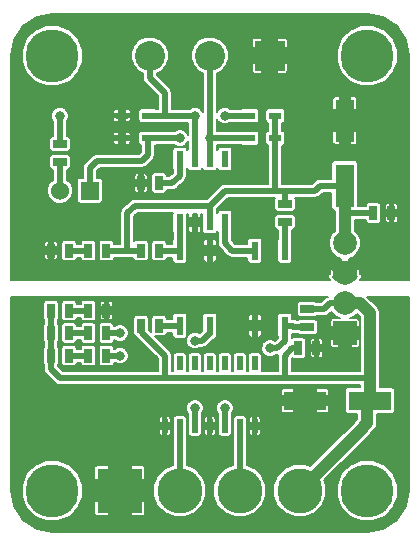
<source format=gtl>
G04 (created by PCBNEW (2013-may-18)-stable) date Wed 03 Jun 2015 10:46:25 PM CEST*
%MOIN*%
G04 Gerber Fmt 3.4, Leading zero omitted, Abs format*
%FSLAX34Y34*%
G01*
G70*
G90*
G04 APERTURE LIST*
%ADD10C,0.00590551*%
%ADD11R,0.0236X0.0551*%
%ADD12R,0.025X0.045*%
%ADD13R,0.045X0.025*%
%ADD14R,0.06X0.06*%
%ADD15C,0.06*%
%ADD16R,0.1417X0.063*%
%ADD17C,0.15*%
%ADD18R,0.15X0.15*%
%ADD19R,0.1X0.1*%
%ADD20C,0.1*%
%ADD21C,0.177165*%
%ADD22R,0.0787402X0.0787402*%
%ADD23C,0.0787402*%
%ADD24R,0.063X0.1417*%
%ADD25R,0.02X0.045*%
%ADD26R,0.0394X0.0236*%
%ADD27R,0.0240157X0.0598425*%
%ADD28C,0.0314961*%
%ADD29C,0.019685*%
%ADD30C,0.0393701*%
%ADD31C,0.00669291*%
G04 APERTURE END LIST*
G54D10*
G54D11*
X5750Y-4950D03*
X5750Y-7050D03*
X6250Y-4950D03*
X6750Y-4950D03*
X7250Y-4950D03*
X6250Y-7050D03*
X6750Y-7050D03*
X7250Y-7050D03*
G54D12*
X5050Y-5750D03*
X4450Y-5750D03*
X1450Y-10750D03*
X2050Y-10750D03*
X2700Y-11500D03*
X3300Y-11500D03*
X2700Y-10750D03*
X3300Y-10750D03*
G54D13*
X1750Y-5050D03*
X1750Y-4450D03*
G54D12*
X9700Y-11250D03*
X10300Y-11250D03*
X1450Y-10000D03*
X2050Y-10000D03*
X2700Y-10000D03*
X3300Y-10000D03*
G54D14*
X2750Y-6000D03*
G54D15*
X1750Y-6000D03*
G54D16*
X12083Y-13000D03*
X9917Y-13000D03*
G54D17*
X5750Y-16000D03*
X7750Y-16000D03*
G54D18*
X3750Y-16000D03*
G54D17*
X9750Y-16000D03*
G54D19*
X8750Y-1500D03*
G54D20*
X6750Y-1500D03*
X4750Y-1500D03*
G54D12*
X1450Y-11500D03*
X2050Y-11500D03*
G54D21*
X12000Y-16000D03*
X1500Y-16000D03*
X12000Y-1500D03*
X1500Y-1500D03*
G54D13*
X9250Y-6450D03*
X9250Y-7050D03*
G54D12*
X4450Y-8000D03*
X5050Y-8000D03*
G54D13*
X10000Y-9950D03*
X10000Y-10550D03*
G54D12*
X4450Y-10500D03*
X5050Y-10500D03*
X12200Y-6750D03*
X12800Y-6750D03*
X3300Y-8000D03*
X2700Y-8000D03*
X2050Y-8000D03*
X1450Y-8000D03*
G54D22*
X11250Y-10750D03*
G54D23*
X11250Y-9750D03*
X11250Y-8750D03*
X11250Y-7750D03*
G54D24*
X11250Y-5833D03*
X11250Y-3667D03*
G54D25*
X5250Y-13850D03*
X5750Y-13850D03*
X6250Y-13850D03*
X6750Y-13850D03*
X7250Y-13850D03*
X7750Y-13850D03*
X8250Y-13850D03*
X8250Y-11750D03*
X7750Y-11750D03*
X7250Y-11750D03*
X6750Y-11750D03*
X6250Y-11750D03*
X5750Y-11750D03*
X5250Y-11750D03*
G54D26*
X8933Y-4250D03*
X8067Y-4250D03*
X8933Y-3500D03*
X8067Y-3500D03*
X4683Y-4250D03*
X3817Y-4250D03*
X4683Y-3500D03*
X3817Y-3500D03*
G54D27*
X5750Y-10500D03*
X6750Y-10500D03*
X6750Y-8000D03*
X5750Y-8000D03*
X9250Y-8000D03*
X8250Y-8000D03*
X8250Y-10500D03*
X9250Y-10500D03*
G54D28*
X1750Y-3500D03*
X6250Y-3500D03*
X7250Y-3500D03*
X6750Y-4250D03*
X5750Y-4250D03*
X8750Y-11250D03*
X3750Y-10750D03*
X7250Y-13250D03*
X3750Y-11500D03*
X6250Y-11000D03*
X6250Y-13250D03*
G54D29*
X9250Y-12250D02*
X9250Y-11500D01*
X9500Y-11250D02*
X9250Y-11500D01*
X9500Y-11250D02*
X9700Y-11250D01*
X12083Y-12250D02*
X11000Y-12250D01*
X11000Y-12250D02*
X9250Y-12250D01*
X9250Y-12250D02*
X5250Y-12250D01*
X12083Y-12250D02*
X12000Y-12250D01*
X12000Y-12250D02*
X12083Y-12250D01*
G54D30*
X12083Y-13000D02*
X12083Y-12250D01*
X12083Y-12250D02*
X12083Y-10250D01*
X12083Y-10250D02*
X12083Y-10083D01*
X11750Y-9750D02*
X11250Y-9750D01*
X12083Y-10083D02*
X11750Y-9750D01*
X12000Y-13750D02*
X12000Y-13083D01*
X11750Y-14000D02*
X12000Y-13750D01*
X9750Y-16000D02*
X11750Y-14000D01*
X12000Y-13083D02*
X12083Y-13000D01*
G54D29*
X5250Y-11750D02*
X5250Y-12250D01*
X5250Y-12250D02*
X4250Y-12250D01*
X5000Y-11250D02*
X4500Y-10750D01*
X5250Y-11500D02*
X5000Y-11250D01*
X5250Y-11750D02*
X5250Y-11500D01*
X4500Y-10550D02*
X4450Y-10500D01*
X4500Y-10750D02*
X4500Y-10550D01*
X1450Y-11950D02*
X1450Y-11500D01*
X4250Y-12250D02*
X1750Y-12250D01*
X1450Y-11950D02*
X1750Y-12250D01*
X4250Y-12250D02*
X4250Y-12250D01*
X1450Y-10750D02*
X1450Y-11500D01*
X10000Y-9950D02*
X10550Y-9950D01*
X10550Y-9950D02*
X10750Y-9750D01*
X10750Y-9750D02*
X11250Y-9750D01*
X1450Y-10750D02*
X1450Y-10000D01*
X11250Y-6750D02*
X12200Y-6750D01*
X8933Y-4250D02*
X8933Y-6000D01*
X8933Y-6000D02*
X9000Y-6000D01*
X9250Y-6450D02*
X9250Y-6000D01*
X6750Y-6500D02*
X4250Y-6500D01*
X4000Y-6750D02*
X4000Y-8000D01*
X4250Y-6500D02*
X4000Y-6750D01*
X3300Y-8000D02*
X4000Y-8000D01*
X4000Y-8000D02*
X4450Y-8000D01*
X9500Y-6000D02*
X10250Y-6000D01*
X10417Y-5833D02*
X11250Y-5833D01*
X10250Y-6000D02*
X10417Y-5833D01*
X6750Y-7050D02*
X6750Y-6500D01*
X7250Y-6000D02*
X9000Y-6000D01*
X6750Y-6500D02*
X7250Y-6000D01*
X9000Y-6000D02*
X9250Y-6000D01*
X9250Y-6000D02*
X9500Y-6000D01*
X8933Y-3500D02*
X8933Y-4250D01*
G54D30*
X11250Y-7750D02*
X11250Y-6750D01*
X11250Y-6750D02*
X11250Y-5833D01*
G54D29*
X2050Y-10000D02*
X2700Y-10000D01*
X5750Y-8000D02*
X5750Y-7050D01*
X5750Y-8000D02*
X5050Y-8000D01*
X7250Y-7050D02*
X7250Y-7750D01*
X7500Y-8000D02*
X8250Y-8000D01*
X7250Y-7750D02*
X7500Y-8000D01*
X9250Y-8000D02*
X9250Y-7050D01*
X1750Y-6000D02*
X1750Y-5050D01*
X1750Y-3500D02*
X1750Y-4450D01*
X5250Y-3500D02*
X5250Y-3000D01*
X5250Y-3000D02*
X5250Y-2750D01*
X4750Y-2250D02*
X4750Y-1500D01*
X5250Y-2750D02*
X4750Y-2250D01*
X6250Y-4950D02*
X6250Y-3500D01*
X6250Y-3500D02*
X6250Y-3500D01*
X8067Y-3500D02*
X7250Y-3500D01*
X4683Y-3500D02*
X5250Y-3500D01*
X5250Y-3500D02*
X6250Y-3500D01*
X6250Y-3500D02*
X6317Y-3500D01*
X4500Y-5000D02*
X3250Y-5000D01*
X4683Y-4817D02*
X4500Y-5000D01*
X4683Y-4250D02*
X4683Y-4817D01*
X2750Y-5250D02*
X2750Y-6000D01*
X3000Y-5000D02*
X2750Y-5250D01*
X3250Y-5000D02*
X3000Y-5000D01*
X6750Y-4250D02*
X6750Y-1500D01*
X6750Y-4950D02*
X6750Y-4500D01*
X6750Y-4500D02*
X6750Y-4250D01*
X4683Y-4250D02*
X5750Y-4250D01*
X7500Y-4250D02*
X8000Y-4250D01*
X6683Y-4250D02*
X7500Y-4250D01*
X6750Y-4250D02*
X6683Y-4250D01*
X5050Y-5750D02*
X5500Y-5750D01*
X5750Y-5500D02*
X5750Y-4950D01*
X5500Y-5750D02*
X5750Y-5500D01*
X5750Y-10500D02*
X5050Y-10500D01*
X2050Y-10750D02*
X2700Y-10750D01*
X2050Y-11500D02*
X2700Y-11500D01*
X2700Y-8000D02*
X2050Y-8000D01*
X9000Y-11250D02*
X9250Y-11000D01*
X9250Y-11000D02*
X9250Y-10500D01*
X9000Y-11250D02*
X8750Y-11250D01*
X3750Y-10750D02*
X3300Y-10750D01*
X7250Y-13850D02*
X7250Y-13250D01*
X10000Y-10550D02*
X9550Y-10550D01*
X9550Y-10550D02*
X9500Y-10500D01*
X9500Y-10500D02*
X9250Y-10500D01*
X7750Y-13850D02*
X7750Y-16250D01*
X3750Y-11500D02*
X3300Y-11500D01*
X6750Y-10500D02*
X6750Y-10750D01*
X6500Y-11000D02*
X6250Y-11000D01*
X6750Y-10750D02*
X6500Y-11000D01*
X6250Y-13850D02*
X6250Y-13250D01*
X5750Y-16250D02*
X5750Y-13850D01*
G54D10*
G36*
X13379Y-8966D02*
X13025Y-8966D01*
X13025Y-6955D01*
X13025Y-6544D01*
X13025Y-6504D01*
X13019Y-6490D01*
X13019Y-1298D01*
X12864Y-923D01*
X12578Y-636D01*
X12203Y-480D01*
X11798Y-480D01*
X11423Y-635D01*
X11136Y-921D01*
X10980Y-1296D01*
X10980Y-1701D01*
X11135Y-2076D01*
X11421Y-2363D01*
X11796Y-2519D01*
X12201Y-2519D01*
X12576Y-2364D01*
X12863Y-2078D01*
X13019Y-1703D01*
X13019Y-1298D01*
X13019Y-6490D01*
X13010Y-6468D01*
X12981Y-6439D01*
X12944Y-6424D01*
X12887Y-6424D01*
X12862Y-6449D01*
X12862Y-6637D01*
X13000Y-6637D01*
X13025Y-6612D01*
X13025Y-6544D01*
X13025Y-6955D01*
X13025Y-6887D01*
X13000Y-6862D01*
X12862Y-6862D01*
X12862Y-7050D01*
X12887Y-7075D01*
X12944Y-7075D01*
X12981Y-7060D01*
X13010Y-7031D01*
X13025Y-6995D01*
X13025Y-6955D01*
X13025Y-8966D01*
X12737Y-8966D01*
X12737Y-7050D01*
X12737Y-6862D01*
X12737Y-6637D01*
X12737Y-6449D01*
X12712Y-6424D01*
X12655Y-6424D01*
X12618Y-6439D01*
X12589Y-6468D01*
X12574Y-6504D01*
X12574Y-6544D01*
X12574Y-6612D01*
X12599Y-6637D01*
X12737Y-6637D01*
X12737Y-6862D01*
X12599Y-6862D01*
X12574Y-6887D01*
X12574Y-6955D01*
X12574Y-6995D01*
X12589Y-7031D01*
X12618Y-7060D01*
X12655Y-7075D01*
X12712Y-7075D01*
X12737Y-7050D01*
X12737Y-8966D01*
X12458Y-8966D01*
X12458Y-6948D01*
X12458Y-6498D01*
X12438Y-6449D01*
X12400Y-6411D01*
X12351Y-6391D01*
X12298Y-6391D01*
X12048Y-6391D01*
X11999Y-6411D01*
X11961Y-6449D01*
X11941Y-6498D01*
X11941Y-6518D01*
X11698Y-6518D01*
X11698Y-6515D01*
X11698Y-5098D01*
X11678Y-5048D01*
X11665Y-5036D01*
X11665Y-4395D01*
X11665Y-2938D01*
X11650Y-2901D01*
X11621Y-2873D01*
X11585Y-2858D01*
X11545Y-2858D01*
X11432Y-2858D01*
X11407Y-2883D01*
X11407Y-3312D01*
X11640Y-3312D01*
X11665Y-3287D01*
X11665Y-2938D01*
X11665Y-4395D01*
X11665Y-4046D01*
X11640Y-4021D01*
X11407Y-4021D01*
X11407Y-4450D01*
X11432Y-4475D01*
X11545Y-4475D01*
X11585Y-4475D01*
X11621Y-4460D01*
X11650Y-4432D01*
X11665Y-4395D01*
X11665Y-5036D01*
X11640Y-5011D01*
X11591Y-4991D01*
X11538Y-4991D01*
X11092Y-4991D01*
X11092Y-4450D01*
X11092Y-4021D01*
X11092Y-3312D01*
X11092Y-2883D01*
X11067Y-2858D01*
X10954Y-2858D01*
X10914Y-2858D01*
X10878Y-2873D01*
X10849Y-2901D01*
X10834Y-2938D01*
X10834Y-3287D01*
X10859Y-3312D01*
X11092Y-3312D01*
X11092Y-4021D01*
X10859Y-4021D01*
X10834Y-4046D01*
X10834Y-4395D01*
X10849Y-4432D01*
X10878Y-4460D01*
X10914Y-4475D01*
X10954Y-4475D01*
X11067Y-4475D01*
X11092Y-4450D01*
X11092Y-4991D01*
X10908Y-4991D01*
X10859Y-5011D01*
X10821Y-5048D01*
X10801Y-5097D01*
X10801Y-5150D01*
X10801Y-5601D01*
X10417Y-5601D01*
X10328Y-5618D01*
X10253Y-5669D01*
X10153Y-5768D01*
X9500Y-5768D01*
X9350Y-5768D01*
X9350Y-1980D01*
X9350Y-1019D01*
X9350Y-979D01*
X9335Y-943D01*
X9306Y-914D01*
X9269Y-899D01*
X9025Y-899D01*
X9000Y-924D01*
X9000Y-1250D01*
X9325Y-1250D01*
X9350Y-1224D01*
X9350Y-1019D01*
X9350Y-1980D01*
X9350Y-1775D01*
X9325Y-1750D01*
X9000Y-1750D01*
X9000Y-2075D01*
X9025Y-2100D01*
X9269Y-2100D01*
X9306Y-2085D01*
X9335Y-2056D01*
X9350Y-2020D01*
X9350Y-1980D01*
X9350Y-5768D01*
X9250Y-5768D01*
X9164Y-5768D01*
X9164Y-4497D01*
X9205Y-4481D01*
X9243Y-4443D01*
X9263Y-4394D01*
X9263Y-4341D01*
X9263Y-4105D01*
X9243Y-4056D01*
X9205Y-4018D01*
X9164Y-4001D01*
X9164Y-3747D01*
X9205Y-3731D01*
X9243Y-3693D01*
X9263Y-3644D01*
X9263Y-3591D01*
X9263Y-3355D01*
X9243Y-3306D01*
X9205Y-3268D01*
X9156Y-3248D01*
X9103Y-3248D01*
X8709Y-3248D01*
X8660Y-3268D01*
X8622Y-3306D01*
X8602Y-3355D01*
X8602Y-3408D01*
X8602Y-3644D01*
X8622Y-3693D01*
X8660Y-3731D01*
X8701Y-3748D01*
X8701Y-4002D01*
X8660Y-4018D01*
X8622Y-4056D01*
X8602Y-4105D01*
X8602Y-4158D01*
X8602Y-4394D01*
X8622Y-4443D01*
X8660Y-4481D01*
X8701Y-4498D01*
X8701Y-5768D01*
X8500Y-5768D01*
X8500Y-2075D01*
X8500Y-1750D01*
X8500Y-1250D01*
X8500Y-924D01*
X8474Y-899D01*
X8230Y-899D01*
X8193Y-914D01*
X8164Y-943D01*
X8149Y-979D01*
X8149Y-1019D01*
X8149Y-1224D01*
X8174Y-1250D01*
X8500Y-1250D01*
X8500Y-1750D01*
X8174Y-1750D01*
X8149Y-1775D01*
X8149Y-1980D01*
X8149Y-2020D01*
X8164Y-2056D01*
X8193Y-2085D01*
X8230Y-2100D01*
X8474Y-2100D01*
X8500Y-2075D01*
X8500Y-5768D01*
X8397Y-5768D01*
X8397Y-4341D01*
X8397Y-4105D01*
X8377Y-4056D01*
X8339Y-4018D01*
X8290Y-3998D01*
X8237Y-3998D01*
X7843Y-3998D01*
X7796Y-4018D01*
X7500Y-4018D01*
X6981Y-4018D01*
X6981Y-3613D01*
X7003Y-3664D01*
X7084Y-3746D01*
X7191Y-3790D01*
X7307Y-3790D01*
X7414Y-3746D01*
X7429Y-3731D01*
X7796Y-3731D01*
X7843Y-3751D01*
X7896Y-3751D01*
X8290Y-3751D01*
X8339Y-3731D01*
X8377Y-3693D01*
X8397Y-3644D01*
X8397Y-3591D01*
X8397Y-3355D01*
X8377Y-3306D01*
X8339Y-3268D01*
X8290Y-3248D01*
X8237Y-3248D01*
X7843Y-3248D01*
X7796Y-3268D01*
X7429Y-3268D01*
X7415Y-3253D01*
X7308Y-3209D01*
X7192Y-3209D01*
X7085Y-3253D01*
X7003Y-3334D01*
X6981Y-3387D01*
X6981Y-2089D01*
X7108Y-2037D01*
X7286Y-1859D01*
X7383Y-1626D01*
X7383Y-1374D01*
X7287Y-1141D01*
X7109Y-963D01*
X6876Y-866D01*
X6624Y-866D01*
X6391Y-962D01*
X6213Y-1140D01*
X6116Y-1373D01*
X6116Y-1625D01*
X6212Y-1858D01*
X6390Y-2036D01*
X6518Y-2089D01*
X6518Y-3386D01*
X6496Y-3335D01*
X6415Y-3253D01*
X6308Y-3209D01*
X6192Y-3209D01*
X6085Y-3253D01*
X6070Y-3268D01*
X5481Y-3268D01*
X5481Y-3000D01*
X5481Y-2750D01*
X5464Y-2661D01*
X5464Y-2661D01*
X5413Y-2586D01*
X4981Y-2153D01*
X4981Y-2089D01*
X5108Y-2037D01*
X5286Y-1859D01*
X5383Y-1626D01*
X5383Y-1374D01*
X5287Y-1141D01*
X5109Y-963D01*
X4876Y-866D01*
X4624Y-866D01*
X4391Y-962D01*
X4213Y-1140D01*
X4116Y-1373D01*
X4116Y-1625D01*
X4212Y-1858D01*
X4390Y-2036D01*
X4518Y-2089D01*
X4518Y-2250D01*
X4535Y-2338D01*
X4586Y-2413D01*
X5018Y-2846D01*
X5018Y-3000D01*
X5018Y-3268D01*
X4953Y-3268D01*
X4906Y-3248D01*
X4853Y-3248D01*
X4459Y-3248D01*
X4410Y-3268D01*
X4372Y-3306D01*
X4352Y-3355D01*
X4352Y-3408D01*
X4352Y-3644D01*
X4372Y-3693D01*
X4410Y-3731D01*
X4459Y-3751D01*
X4512Y-3751D01*
X4906Y-3751D01*
X4953Y-3731D01*
X5250Y-3731D01*
X6018Y-3731D01*
X6018Y-4136D01*
X5996Y-4085D01*
X5915Y-4003D01*
X5808Y-3959D01*
X5692Y-3959D01*
X5585Y-4003D01*
X5570Y-4018D01*
X4953Y-4018D01*
X4906Y-3998D01*
X4853Y-3998D01*
X4459Y-3998D01*
X4410Y-4018D01*
X4372Y-4056D01*
X4352Y-4105D01*
X4352Y-4158D01*
X4352Y-4394D01*
X4372Y-4443D01*
X4410Y-4481D01*
X4451Y-4498D01*
X4451Y-4720D01*
X4403Y-4768D01*
X4114Y-4768D01*
X4114Y-4348D01*
X4114Y-4151D01*
X4114Y-3598D01*
X4114Y-3401D01*
X4114Y-3361D01*
X4099Y-3325D01*
X4070Y-3296D01*
X4033Y-3281D01*
X3940Y-3281D01*
X3915Y-3306D01*
X3915Y-3441D01*
X4089Y-3441D01*
X4114Y-3415D01*
X4114Y-3401D01*
X4114Y-3598D01*
X4114Y-3584D01*
X4089Y-3559D01*
X3915Y-3559D01*
X3915Y-3693D01*
X3940Y-3718D01*
X4033Y-3718D01*
X4070Y-3703D01*
X4099Y-3674D01*
X4114Y-3638D01*
X4114Y-3598D01*
X4114Y-4151D01*
X4114Y-4111D01*
X4099Y-4075D01*
X4070Y-4046D01*
X4033Y-4031D01*
X3940Y-4031D01*
X3915Y-4056D01*
X3915Y-4191D01*
X4089Y-4191D01*
X4114Y-4165D01*
X4114Y-4151D01*
X4114Y-4348D01*
X4114Y-4334D01*
X4089Y-4309D01*
X3915Y-4309D01*
X3915Y-4443D01*
X3940Y-4468D01*
X4033Y-4468D01*
X4070Y-4453D01*
X4099Y-4424D01*
X4114Y-4388D01*
X4114Y-4348D01*
X4114Y-4768D01*
X3718Y-4768D01*
X3718Y-4443D01*
X3718Y-4309D01*
X3718Y-4191D01*
X3718Y-4056D01*
X3718Y-3693D01*
X3718Y-3559D01*
X3718Y-3441D01*
X3718Y-3306D01*
X3693Y-3281D01*
X3600Y-3281D01*
X3563Y-3296D01*
X3534Y-3325D01*
X3519Y-3361D01*
X3519Y-3401D01*
X3519Y-3415D01*
X3544Y-3441D01*
X3718Y-3441D01*
X3718Y-3559D01*
X3544Y-3559D01*
X3519Y-3584D01*
X3519Y-3598D01*
X3519Y-3638D01*
X3534Y-3674D01*
X3563Y-3703D01*
X3600Y-3718D01*
X3693Y-3718D01*
X3718Y-3693D01*
X3718Y-4056D01*
X3693Y-4031D01*
X3600Y-4031D01*
X3563Y-4046D01*
X3534Y-4075D01*
X3519Y-4111D01*
X3519Y-4151D01*
X3519Y-4165D01*
X3544Y-4191D01*
X3718Y-4191D01*
X3718Y-4309D01*
X3544Y-4309D01*
X3519Y-4334D01*
X3519Y-4348D01*
X3519Y-4388D01*
X3534Y-4424D01*
X3563Y-4453D01*
X3600Y-4468D01*
X3693Y-4468D01*
X3718Y-4443D01*
X3718Y-4768D01*
X3250Y-4768D01*
X3000Y-4768D01*
X2911Y-4785D01*
X2836Y-4836D01*
X2836Y-4836D01*
X2586Y-5086D01*
X2535Y-5161D01*
X2519Y-5243D01*
X2519Y-1298D01*
X2364Y-923D01*
X2078Y-636D01*
X1703Y-480D01*
X1298Y-480D01*
X923Y-635D01*
X636Y-921D01*
X480Y-1296D01*
X480Y-1701D01*
X635Y-2076D01*
X921Y-2363D01*
X1296Y-2519D01*
X1701Y-2519D01*
X2076Y-2364D01*
X2363Y-2078D01*
X2519Y-1703D01*
X2519Y-1298D01*
X2519Y-5243D01*
X2518Y-5250D01*
X2518Y-5566D01*
X2423Y-5566D01*
X2374Y-5586D01*
X2336Y-5624D01*
X2316Y-5673D01*
X2316Y-5726D01*
X2316Y-6326D01*
X2336Y-6375D01*
X2374Y-6413D01*
X2423Y-6433D01*
X2476Y-6433D01*
X3076Y-6433D01*
X3125Y-6413D01*
X3163Y-6375D01*
X3183Y-6326D01*
X3183Y-6273D01*
X3183Y-5673D01*
X3163Y-5624D01*
X3125Y-5586D01*
X3076Y-5566D01*
X3023Y-5566D01*
X2981Y-5566D01*
X2981Y-5346D01*
X3096Y-5231D01*
X3250Y-5231D01*
X4500Y-5231D01*
X4588Y-5214D01*
X4588Y-5214D01*
X4663Y-5163D01*
X4846Y-4980D01*
X4846Y-4980D01*
X4846Y-4980D01*
X4897Y-4905D01*
X4914Y-4817D01*
X4914Y-4817D01*
X4914Y-4817D01*
X4914Y-4497D01*
X4953Y-4481D01*
X5570Y-4481D01*
X5584Y-4496D01*
X5691Y-4540D01*
X5807Y-4540D01*
X5914Y-4496D01*
X5996Y-4415D01*
X6018Y-4362D01*
X6018Y-4600D01*
X5999Y-4644D01*
X5981Y-4598D01*
X5943Y-4561D01*
X5894Y-4541D01*
X5841Y-4541D01*
X5605Y-4541D01*
X5556Y-4561D01*
X5518Y-4598D01*
X5498Y-4647D01*
X5498Y-4700D01*
X5498Y-5251D01*
X5518Y-5299D01*
X5518Y-5403D01*
X5403Y-5518D01*
X5308Y-5518D01*
X5308Y-5498D01*
X5288Y-5449D01*
X5250Y-5411D01*
X5201Y-5391D01*
X5148Y-5391D01*
X4898Y-5391D01*
X4849Y-5411D01*
X4811Y-5449D01*
X4791Y-5498D01*
X4791Y-5551D01*
X4791Y-6001D01*
X4811Y-6050D01*
X4849Y-6088D01*
X4898Y-6108D01*
X4951Y-6108D01*
X5201Y-6108D01*
X5250Y-6088D01*
X5288Y-6050D01*
X5308Y-6001D01*
X5308Y-5981D01*
X5500Y-5981D01*
X5588Y-5964D01*
X5588Y-5964D01*
X5663Y-5913D01*
X5913Y-5663D01*
X5913Y-5663D01*
X5913Y-5663D01*
X5964Y-5588D01*
X5981Y-5500D01*
X5981Y-5299D01*
X6000Y-5255D01*
X6018Y-5301D01*
X6056Y-5338D01*
X6105Y-5358D01*
X6158Y-5358D01*
X6394Y-5358D01*
X6443Y-5338D01*
X6481Y-5301D01*
X6500Y-5255D01*
X6518Y-5301D01*
X6556Y-5338D01*
X6605Y-5358D01*
X6658Y-5358D01*
X6894Y-5358D01*
X6943Y-5338D01*
X6981Y-5301D01*
X7000Y-5255D01*
X7018Y-5301D01*
X7056Y-5338D01*
X7105Y-5358D01*
X7158Y-5358D01*
X7394Y-5358D01*
X7443Y-5338D01*
X7481Y-5301D01*
X7501Y-5252D01*
X7501Y-5199D01*
X7501Y-4648D01*
X7481Y-4598D01*
X7443Y-4561D01*
X7394Y-4541D01*
X7341Y-4541D01*
X7105Y-4541D01*
X7056Y-4561D01*
X7018Y-4598D01*
X6999Y-4644D01*
X6981Y-4600D01*
X6981Y-4500D01*
X6981Y-4481D01*
X7500Y-4481D01*
X7796Y-4481D01*
X7843Y-4501D01*
X7896Y-4501D01*
X8290Y-4501D01*
X8339Y-4481D01*
X8377Y-4443D01*
X8397Y-4394D01*
X8397Y-4341D01*
X8397Y-5768D01*
X7250Y-5768D01*
X7161Y-5785D01*
X7086Y-5836D01*
X6653Y-6268D01*
X4675Y-6268D01*
X4675Y-5955D01*
X4675Y-5544D01*
X4675Y-5504D01*
X4660Y-5468D01*
X4631Y-5439D01*
X4594Y-5424D01*
X4537Y-5424D01*
X4512Y-5449D01*
X4512Y-5637D01*
X4650Y-5637D01*
X4675Y-5612D01*
X4675Y-5544D01*
X4675Y-5955D01*
X4675Y-5887D01*
X4650Y-5862D01*
X4512Y-5862D01*
X4512Y-6050D01*
X4537Y-6075D01*
X4594Y-6075D01*
X4631Y-6060D01*
X4660Y-6031D01*
X4675Y-5995D01*
X4675Y-5955D01*
X4675Y-6268D01*
X4387Y-6268D01*
X4387Y-6050D01*
X4387Y-5862D01*
X4387Y-5637D01*
X4387Y-5449D01*
X4362Y-5424D01*
X4305Y-5424D01*
X4268Y-5439D01*
X4239Y-5468D01*
X4224Y-5504D01*
X4224Y-5544D01*
X4224Y-5612D01*
X4249Y-5637D01*
X4387Y-5637D01*
X4387Y-5862D01*
X4249Y-5862D01*
X4224Y-5887D01*
X4224Y-5955D01*
X4224Y-5995D01*
X4239Y-6031D01*
X4268Y-6060D01*
X4305Y-6075D01*
X4362Y-6075D01*
X4387Y-6050D01*
X4387Y-6268D01*
X4250Y-6268D01*
X4161Y-6285D01*
X4086Y-6336D01*
X4086Y-6336D01*
X3836Y-6586D01*
X3785Y-6661D01*
X3768Y-6750D01*
X3768Y-7768D01*
X3558Y-7768D01*
X3558Y-7748D01*
X3538Y-7699D01*
X3500Y-7661D01*
X3451Y-7641D01*
X3398Y-7641D01*
X3148Y-7641D01*
X3099Y-7661D01*
X3061Y-7699D01*
X3041Y-7748D01*
X3041Y-7801D01*
X3041Y-8251D01*
X3061Y-8300D01*
X3099Y-8338D01*
X3148Y-8358D01*
X3201Y-8358D01*
X3451Y-8358D01*
X3500Y-8338D01*
X3538Y-8300D01*
X3558Y-8251D01*
X3558Y-8231D01*
X4000Y-8231D01*
X4191Y-8231D01*
X4191Y-8251D01*
X4211Y-8300D01*
X4249Y-8338D01*
X4298Y-8358D01*
X4351Y-8358D01*
X4601Y-8358D01*
X4650Y-8338D01*
X4688Y-8300D01*
X4708Y-8251D01*
X4708Y-8198D01*
X4708Y-7748D01*
X4688Y-7699D01*
X4650Y-7661D01*
X4601Y-7641D01*
X4548Y-7641D01*
X4298Y-7641D01*
X4249Y-7661D01*
X4231Y-7679D01*
X4231Y-6846D01*
X4346Y-6731D01*
X5505Y-6731D01*
X5498Y-6747D01*
X5498Y-6800D01*
X5498Y-7351D01*
X5518Y-7399D01*
X5518Y-7623D01*
X5516Y-7625D01*
X5496Y-7674D01*
X5496Y-7727D01*
X5496Y-7768D01*
X5308Y-7768D01*
X5308Y-7748D01*
X5288Y-7699D01*
X5250Y-7661D01*
X5201Y-7641D01*
X5148Y-7641D01*
X4898Y-7641D01*
X4849Y-7661D01*
X4811Y-7699D01*
X4791Y-7748D01*
X4791Y-7801D01*
X4791Y-8251D01*
X4811Y-8300D01*
X4849Y-8338D01*
X4898Y-8358D01*
X4951Y-8358D01*
X5201Y-8358D01*
X5250Y-8338D01*
X5288Y-8300D01*
X5308Y-8251D01*
X5308Y-8231D01*
X5496Y-8231D01*
X5496Y-8325D01*
X5516Y-8374D01*
X5554Y-8412D01*
X5603Y-8432D01*
X5656Y-8432D01*
X5896Y-8432D01*
X5945Y-8412D01*
X5983Y-8374D01*
X6003Y-8325D01*
X6003Y-8272D01*
X6003Y-7674D01*
X5983Y-7625D01*
X5981Y-7623D01*
X5981Y-7399D01*
X6001Y-7352D01*
X6001Y-7299D01*
X6001Y-6774D01*
X6031Y-6774D01*
X6031Y-6794D01*
X6031Y-6887D01*
X6056Y-6912D01*
X6191Y-6912D01*
X6191Y-6774D01*
X6309Y-6774D01*
X6309Y-6912D01*
X6443Y-6912D01*
X6468Y-6887D01*
X6468Y-6794D01*
X6468Y-6774D01*
X6498Y-6774D01*
X6498Y-6800D01*
X6498Y-7351D01*
X6518Y-7401D01*
X6556Y-7438D01*
X6605Y-7458D01*
X6658Y-7458D01*
X6894Y-7458D01*
X6943Y-7438D01*
X6981Y-7401D01*
X7000Y-7355D01*
X7018Y-7399D01*
X7018Y-7750D01*
X7035Y-7838D01*
X7086Y-7913D01*
X7336Y-8163D01*
X7336Y-8163D01*
X7411Y-8214D01*
X7500Y-8231D01*
X7996Y-8231D01*
X7996Y-8325D01*
X8016Y-8374D01*
X8054Y-8412D01*
X8103Y-8432D01*
X8156Y-8432D01*
X8396Y-8432D01*
X8445Y-8412D01*
X8483Y-8374D01*
X8503Y-8325D01*
X8503Y-8272D01*
X8503Y-7674D01*
X8483Y-7625D01*
X8445Y-7587D01*
X8396Y-7567D01*
X8343Y-7567D01*
X8103Y-7567D01*
X8054Y-7587D01*
X8016Y-7625D01*
X7996Y-7674D01*
X7996Y-7727D01*
X7996Y-7768D01*
X7596Y-7768D01*
X7481Y-7653D01*
X7481Y-7399D01*
X7501Y-7352D01*
X7501Y-7299D01*
X7501Y-6748D01*
X7481Y-6698D01*
X7443Y-6661D01*
X7394Y-6641D01*
X7341Y-6641D01*
X7105Y-6641D01*
X7056Y-6661D01*
X7018Y-6698D01*
X6999Y-6744D01*
X6981Y-6700D01*
X6981Y-6596D01*
X7346Y-6231D01*
X8929Y-6231D01*
X8911Y-6249D01*
X8891Y-6298D01*
X8891Y-6351D01*
X8891Y-6601D01*
X8911Y-6650D01*
X8949Y-6688D01*
X8998Y-6708D01*
X9051Y-6708D01*
X9501Y-6708D01*
X9550Y-6688D01*
X9588Y-6650D01*
X9608Y-6601D01*
X9608Y-6548D01*
X9608Y-6298D01*
X9588Y-6249D01*
X9570Y-6231D01*
X10250Y-6231D01*
X10338Y-6214D01*
X10338Y-6214D01*
X10413Y-6163D01*
X10513Y-6064D01*
X10801Y-6064D01*
X10801Y-6567D01*
X10821Y-6617D01*
X10859Y-6654D01*
X10908Y-6674D01*
X10919Y-6674D01*
X10919Y-6750D01*
X10919Y-7334D01*
X10803Y-7450D01*
X10722Y-7644D01*
X10722Y-7854D01*
X10802Y-8048D01*
X10950Y-8196D01*
X11124Y-8268D01*
X11080Y-8302D01*
X11250Y-8471D01*
X11419Y-8302D01*
X11375Y-8268D01*
X11548Y-8197D01*
X11696Y-8049D01*
X11777Y-7855D01*
X11777Y-7645D01*
X11697Y-7451D01*
X11580Y-7334D01*
X11580Y-6981D01*
X11941Y-6981D01*
X11941Y-7001D01*
X11961Y-7050D01*
X11999Y-7088D01*
X12048Y-7108D01*
X12101Y-7108D01*
X12351Y-7108D01*
X12400Y-7088D01*
X12438Y-7050D01*
X12458Y-7001D01*
X12458Y-6948D01*
X12458Y-8966D01*
X11746Y-8966D01*
X11744Y-8966D01*
X11746Y-8964D01*
X11860Y-8851D01*
X11765Y-8755D01*
X11746Y-8773D01*
X11743Y-8777D01*
X11746Y-8666D01*
X11740Y-8636D01*
X11697Y-8580D01*
X11528Y-8750D01*
X11649Y-8871D01*
X11554Y-8966D01*
X10971Y-8966D01*
X10945Y-8966D01*
X10850Y-8871D01*
X10971Y-8750D01*
X10802Y-8580D01*
X10759Y-8636D01*
X10754Y-8775D01*
X10734Y-8755D01*
X10639Y-8851D01*
X10755Y-8966D01*
X9608Y-8966D01*
X9608Y-7148D01*
X9608Y-6898D01*
X9588Y-6849D01*
X9550Y-6811D01*
X9501Y-6791D01*
X9448Y-6791D01*
X8998Y-6791D01*
X8949Y-6811D01*
X8911Y-6849D01*
X8891Y-6898D01*
X8891Y-6951D01*
X8891Y-7201D01*
X8911Y-7250D01*
X8949Y-7288D01*
X8998Y-7308D01*
X9018Y-7308D01*
X9018Y-7623D01*
X9016Y-7625D01*
X8996Y-7674D01*
X8996Y-7727D01*
X8996Y-8325D01*
X9016Y-8374D01*
X9054Y-8412D01*
X9103Y-8432D01*
X9156Y-8432D01*
X9396Y-8432D01*
X9445Y-8412D01*
X9483Y-8374D01*
X9503Y-8325D01*
X9503Y-8272D01*
X9503Y-7674D01*
X9483Y-7625D01*
X9481Y-7623D01*
X9481Y-7308D01*
X9501Y-7308D01*
X9550Y-7288D01*
X9588Y-7250D01*
X9608Y-7201D01*
X9608Y-7148D01*
X9608Y-8966D01*
X6970Y-8966D01*
X6970Y-8279D01*
X6970Y-7720D01*
X6970Y-7680D01*
X6955Y-7643D01*
X6926Y-7615D01*
X6889Y-7600D01*
X6835Y-7600D01*
X6810Y-7625D01*
X6810Y-7850D01*
X6945Y-7850D01*
X6970Y-7825D01*
X6970Y-7720D01*
X6970Y-8279D01*
X6970Y-8174D01*
X6945Y-8149D01*
X6810Y-8149D01*
X6810Y-8374D01*
X6835Y-8399D01*
X6889Y-8399D01*
X6926Y-8384D01*
X6955Y-8356D01*
X6970Y-8319D01*
X6970Y-8279D01*
X6970Y-8966D01*
X6689Y-8966D01*
X6689Y-8374D01*
X6689Y-8149D01*
X6689Y-7850D01*
X6689Y-7625D01*
X6664Y-7600D01*
X6610Y-7600D01*
X6573Y-7615D01*
X6544Y-7643D01*
X6529Y-7680D01*
X6529Y-7720D01*
X6529Y-7825D01*
X6554Y-7850D01*
X6689Y-7850D01*
X6689Y-8149D01*
X6554Y-8149D01*
X6529Y-8174D01*
X6529Y-8279D01*
X6529Y-8319D01*
X6544Y-8356D01*
X6573Y-8384D01*
X6610Y-8399D01*
X6664Y-8399D01*
X6689Y-8374D01*
X6689Y-8966D01*
X6468Y-8966D01*
X6468Y-7305D01*
X6468Y-7212D01*
X6443Y-7187D01*
X6309Y-7187D01*
X6309Y-7400D01*
X6334Y-7425D01*
X6387Y-7425D01*
X6424Y-7410D01*
X6453Y-7382D01*
X6468Y-7345D01*
X6468Y-7305D01*
X6468Y-8966D01*
X6191Y-8966D01*
X6191Y-7400D01*
X6191Y-7187D01*
X6056Y-7187D01*
X6031Y-7212D01*
X6031Y-7305D01*
X6031Y-7345D01*
X6046Y-7382D01*
X6075Y-7410D01*
X6112Y-7425D01*
X6165Y-7425D01*
X6191Y-7400D01*
X6191Y-8966D01*
X2958Y-8966D01*
X2958Y-8198D01*
X2958Y-7748D01*
X2938Y-7699D01*
X2900Y-7661D01*
X2851Y-7641D01*
X2798Y-7641D01*
X2548Y-7641D01*
X2499Y-7661D01*
X2461Y-7699D01*
X2441Y-7748D01*
X2441Y-7768D01*
X2308Y-7768D01*
X2308Y-7748D01*
X2288Y-7699D01*
X2250Y-7661D01*
X2201Y-7641D01*
X2183Y-7641D01*
X2183Y-5914D01*
X2117Y-5754D01*
X1995Y-5632D01*
X1981Y-5626D01*
X1981Y-5308D01*
X2001Y-5308D01*
X2050Y-5288D01*
X2088Y-5250D01*
X2108Y-5201D01*
X2108Y-5148D01*
X2108Y-4898D01*
X2108Y-4548D01*
X2108Y-4298D01*
X2088Y-4249D01*
X2050Y-4211D01*
X2001Y-4191D01*
X1981Y-4191D01*
X1981Y-3679D01*
X1996Y-3665D01*
X2040Y-3558D01*
X2040Y-3442D01*
X1996Y-3335D01*
X1915Y-3253D01*
X1808Y-3209D01*
X1692Y-3209D01*
X1585Y-3253D01*
X1503Y-3334D01*
X1459Y-3441D01*
X1459Y-3557D01*
X1503Y-3664D01*
X1518Y-3679D01*
X1518Y-4191D01*
X1498Y-4191D01*
X1449Y-4211D01*
X1411Y-4249D01*
X1391Y-4298D01*
X1391Y-4351D01*
X1391Y-4601D01*
X1411Y-4650D01*
X1449Y-4688D01*
X1498Y-4708D01*
X1551Y-4708D01*
X2001Y-4708D01*
X2050Y-4688D01*
X2088Y-4650D01*
X2108Y-4601D01*
X2108Y-4548D01*
X2108Y-4898D01*
X2088Y-4849D01*
X2050Y-4811D01*
X2001Y-4791D01*
X1948Y-4791D01*
X1498Y-4791D01*
X1449Y-4811D01*
X1411Y-4849D01*
X1391Y-4898D01*
X1391Y-4951D01*
X1391Y-5201D01*
X1411Y-5250D01*
X1449Y-5288D01*
X1498Y-5308D01*
X1518Y-5308D01*
X1518Y-5626D01*
X1504Y-5632D01*
X1382Y-5754D01*
X1316Y-5913D01*
X1316Y-6085D01*
X1382Y-6245D01*
X1504Y-6367D01*
X1663Y-6433D01*
X1835Y-6433D01*
X1995Y-6367D01*
X2117Y-6245D01*
X2183Y-6086D01*
X2183Y-5914D01*
X2183Y-7641D01*
X2148Y-7641D01*
X1898Y-7641D01*
X1849Y-7661D01*
X1811Y-7699D01*
X1791Y-7748D01*
X1791Y-7801D01*
X1791Y-8251D01*
X1811Y-8300D01*
X1849Y-8338D01*
X1898Y-8358D01*
X1951Y-8358D01*
X2201Y-8358D01*
X2250Y-8338D01*
X2288Y-8300D01*
X2308Y-8251D01*
X2308Y-8231D01*
X2441Y-8231D01*
X2441Y-8251D01*
X2461Y-8300D01*
X2499Y-8338D01*
X2548Y-8358D01*
X2601Y-8358D01*
X2851Y-8358D01*
X2900Y-8338D01*
X2938Y-8300D01*
X2958Y-8251D01*
X2958Y-8198D01*
X2958Y-8966D01*
X1675Y-8966D01*
X1675Y-8205D01*
X1675Y-7794D01*
X1675Y-7754D01*
X1660Y-7718D01*
X1631Y-7689D01*
X1594Y-7674D01*
X1537Y-7674D01*
X1512Y-7699D01*
X1512Y-7887D01*
X1650Y-7887D01*
X1675Y-7862D01*
X1675Y-7794D01*
X1675Y-8205D01*
X1675Y-8137D01*
X1650Y-8112D01*
X1512Y-8112D01*
X1512Y-8300D01*
X1537Y-8325D01*
X1594Y-8325D01*
X1631Y-8310D01*
X1660Y-8281D01*
X1675Y-8245D01*
X1675Y-8205D01*
X1675Y-8966D01*
X1387Y-8966D01*
X1387Y-8300D01*
X1387Y-8112D01*
X1387Y-7887D01*
X1387Y-7699D01*
X1362Y-7674D01*
X1305Y-7674D01*
X1268Y-7689D01*
X1239Y-7718D01*
X1224Y-7754D01*
X1224Y-7794D01*
X1224Y-7862D01*
X1249Y-7887D01*
X1387Y-7887D01*
X1387Y-8112D01*
X1249Y-8112D01*
X1224Y-8137D01*
X1224Y-8205D01*
X1224Y-8245D01*
X1239Y-8281D01*
X1268Y-8310D01*
X1305Y-8325D01*
X1362Y-8325D01*
X1387Y-8300D01*
X1387Y-8966D01*
X120Y-8966D01*
X120Y-1511D01*
X226Y-973D01*
X524Y-526D01*
X974Y-227D01*
X1514Y-120D01*
X11988Y-120D01*
X12526Y-226D01*
X12973Y-524D01*
X13272Y-974D01*
X13379Y-1514D01*
X13379Y-8966D01*
X13379Y-8966D01*
G37*
G54D31*
X13379Y-8966D02*
X13025Y-8966D01*
X13025Y-6955D01*
X13025Y-6544D01*
X13025Y-6504D01*
X13019Y-6490D01*
X13019Y-1298D01*
X12864Y-923D01*
X12578Y-636D01*
X12203Y-480D01*
X11798Y-480D01*
X11423Y-635D01*
X11136Y-921D01*
X10980Y-1296D01*
X10980Y-1701D01*
X11135Y-2076D01*
X11421Y-2363D01*
X11796Y-2519D01*
X12201Y-2519D01*
X12576Y-2364D01*
X12863Y-2078D01*
X13019Y-1703D01*
X13019Y-1298D01*
X13019Y-6490D01*
X13010Y-6468D01*
X12981Y-6439D01*
X12944Y-6424D01*
X12887Y-6424D01*
X12862Y-6449D01*
X12862Y-6637D01*
X13000Y-6637D01*
X13025Y-6612D01*
X13025Y-6544D01*
X13025Y-6955D01*
X13025Y-6887D01*
X13000Y-6862D01*
X12862Y-6862D01*
X12862Y-7050D01*
X12887Y-7075D01*
X12944Y-7075D01*
X12981Y-7060D01*
X13010Y-7031D01*
X13025Y-6995D01*
X13025Y-6955D01*
X13025Y-8966D01*
X12737Y-8966D01*
X12737Y-7050D01*
X12737Y-6862D01*
X12737Y-6637D01*
X12737Y-6449D01*
X12712Y-6424D01*
X12655Y-6424D01*
X12618Y-6439D01*
X12589Y-6468D01*
X12574Y-6504D01*
X12574Y-6544D01*
X12574Y-6612D01*
X12599Y-6637D01*
X12737Y-6637D01*
X12737Y-6862D01*
X12599Y-6862D01*
X12574Y-6887D01*
X12574Y-6955D01*
X12574Y-6995D01*
X12589Y-7031D01*
X12618Y-7060D01*
X12655Y-7075D01*
X12712Y-7075D01*
X12737Y-7050D01*
X12737Y-8966D01*
X12458Y-8966D01*
X12458Y-6948D01*
X12458Y-6498D01*
X12438Y-6449D01*
X12400Y-6411D01*
X12351Y-6391D01*
X12298Y-6391D01*
X12048Y-6391D01*
X11999Y-6411D01*
X11961Y-6449D01*
X11941Y-6498D01*
X11941Y-6518D01*
X11698Y-6518D01*
X11698Y-6515D01*
X11698Y-5098D01*
X11678Y-5048D01*
X11665Y-5036D01*
X11665Y-4395D01*
X11665Y-2938D01*
X11650Y-2901D01*
X11621Y-2873D01*
X11585Y-2858D01*
X11545Y-2858D01*
X11432Y-2858D01*
X11407Y-2883D01*
X11407Y-3312D01*
X11640Y-3312D01*
X11665Y-3287D01*
X11665Y-2938D01*
X11665Y-4395D01*
X11665Y-4046D01*
X11640Y-4021D01*
X11407Y-4021D01*
X11407Y-4450D01*
X11432Y-4475D01*
X11545Y-4475D01*
X11585Y-4475D01*
X11621Y-4460D01*
X11650Y-4432D01*
X11665Y-4395D01*
X11665Y-5036D01*
X11640Y-5011D01*
X11591Y-4991D01*
X11538Y-4991D01*
X11092Y-4991D01*
X11092Y-4450D01*
X11092Y-4021D01*
X11092Y-3312D01*
X11092Y-2883D01*
X11067Y-2858D01*
X10954Y-2858D01*
X10914Y-2858D01*
X10878Y-2873D01*
X10849Y-2901D01*
X10834Y-2938D01*
X10834Y-3287D01*
X10859Y-3312D01*
X11092Y-3312D01*
X11092Y-4021D01*
X10859Y-4021D01*
X10834Y-4046D01*
X10834Y-4395D01*
X10849Y-4432D01*
X10878Y-4460D01*
X10914Y-4475D01*
X10954Y-4475D01*
X11067Y-4475D01*
X11092Y-4450D01*
X11092Y-4991D01*
X10908Y-4991D01*
X10859Y-5011D01*
X10821Y-5048D01*
X10801Y-5097D01*
X10801Y-5150D01*
X10801Y-5601D01*
X10417Y-5601D01*
X10328Y-5618D01*
X10253Y-5669D01*
X10153Y-5768D01*
X9500Y-5768D01*
X9350Y-5768D01*
X9350Y-1980D01*
X9350Y-1019D01*
X9350Y-979D01*
X9335Y-943D01*
X9306Y-914D01*
X9269Y-899D01*
X9025Y-899D01*
X9000Y-924D01*
X9000Y-1250D01*
X9325Y-1250D01*
X9350Y-1224D01*
X9350Y-1019D01*
X9350Y-1980D01*
X9350Y-1775D01*
X9325Y-1750D01*
X9000Y-1750D01*
X9000Y-2075D01*
X9025Y-2100D01*
X9269Y-2100D01*
X9306Y-2085D01*
X9335Y-2056D01*
X9350Y-2020D01*
X9350Y-1980D01*
X9350Y-5768D01*
X9250Y-5768D01*
X9164Y-5768D01*
X9164Y-4497D01*
X9205Y-4481D01*
X9243Y-4443D01*
X9263Y-4394D01*
X9263Y-4341D01*
X9263Y-4105D01*
X9243Y-4056D01*
X9205Y-4018D01*
X9164Y-4001D01*
X9164Y-3747D01*
X9205Y-3731D01*
X9243Y-3693D01*
X9263Y-3644D01*
X9263Y-3591D01*
X9263Y-3355D01*
X9243Y-3306D01*
X9205Y-3268D01*
X9156Y-3248D01*
X9103Y-3248D01*
X8709Y-3248D01*
X8660Y-3268D01*
X8622Y-3306D01*
X8602Y-3355D01*
X8602Y-3408D01*
X8602Y-3644D01*
X8622Y-3693D01*
X8660Y-3731D01*
X8701Y-3748D01*
X8701Y-4002D01*
X8660Y-4018D01*
X8622Y-4056D01*
X8602Y-4105D01*
X8602Y-4158D01*
X8602Y-4394D01*
X8622Y-4443D01*
X8660Y-4481D01*
X8701Y-4498D01*
X8701Y-5768D01*
X8500Y-5768D01*
X8500Y-2075D01*
X8500Y-1750D01*
X8500Y-1250D01*
X8500Y-924D01*
X8474Y-899D01*
X8230Y-899D01*
X8193Y-914D01*
X8164Y-943D01*
X8149Y-979D01*
X8149Y-1019D01*
X8149Y-1224D01*
X8174Y-1250D01*
X8500Y-1250D01*
X8500Y-1750D01*
X8174Y-1750D01*
X8149Y-1775D01*
X8149Y-1980D01*
X8149Y-2020D01*
X8164Y-2056D01*
X8193Y-2085D01*
X8230Y-2100D01*
X8474Y-2100D01*
X8500Y-2075D01*
X8500Y-5768D01*
X8397Y-5768D01*
X8397Y-4341D01*
X8397Y-4105D01*
X8377Y-4056D01*
X8339Y-4018D01*
X8290Y-3998D01*
X8237Y-3998D01*
X7843Y-3998D01*
X7796Y-4018D01*
X7500Y-4018D01*
X6981Y-4018D01*
X6981Y-3613D01*
X7003Y-3664D01*
X7084Y-3746D01*
X7191Y-3790D01*
X7307Y-3790D01*
X7414Y-3746D01*
X7429Y-3731D01*
X7796Y-3731D01*
X7843Y-3751D01*
X7896Y-3751D01*
X8290Y-3751D01*
X8339Y-3731D01*
X8377Y-3693D01*
X8397Y-3644D01*
X8397Y-3591D01*
X8397Y-3355D01*
X8377Y-3306D01*
X8339Y-3268D01*
X8290Y-3248D01*
X8237Y-3248D01*
X7843Y-3248D01*
X7796Y-3268D01*
X7429Y-3268D01*
X7415Y-3253D01*
X7308Y-3209D01*
X7192Y-3209D01*
X7085Y-3253D01*
X7003Y-3334D01*
X6981Y-3387D01*
X6981Y-2089D01*
X7108Y-2037D01*
X7286Y-1859D01*
X7383Y-1626D01*
X7383Y-1374D01*
X7287Y-1141D01*
X7109Y-963D01*
X6876Y-866D01*
X6624Y-866D01*
X6391Y-962D01*
X6213Y-1140D01*
X6116Y-1373D01*
X6116Y-1625D01*
X6212Y-1858D01*
X6390Y-2036D01*
X6518Y-2089D01*
X6518Y-3386D01*
X6496Y-3335D01*
X6415Y-3253D01*
X6308Y-3209D01*
X6192Y-3209D01*
X6085Y-3253D01*
X6070Y-3268D01*
X5481Y-3268D01*
X5481Y-3000D01*
X5481Y-2750D01*
X5464Y-2661D01*
X5464Y-2661D01*
X5413Y-2586D01*
X4981Y-2153D01*
X4981Y-2089D01*
X5108Y-2037D01*
X5286Y-1859D01*
X5383Y-1626D01*
X5383Y-1374D01*
X5287Y-1141D01*
X5109Y-963D01*
X4876Y-866D01*
X4624Y-866D01*
X4391Y-962D01*
X4213Y-1140D01*
X4116Y-1373D01*
X4116Y-1625D01*
X4212Y-1858D01*
X4390Y-2036D01*
X4518Y-2089D01*
X4518Y-2250D01*
X4535Y-2338D01*
X4586Y-2413D01*
X5018Y-2846D01*
X5018Y-3000D01*
X5018Y-3268D01*
X4953Y-3268D01*
X4906Y-3248D01*
X4853Y-3248D01*
X4459Y-3248D01*
X4410Y-3268D01*
X4372Y-3306D01*
X4352Y-3355D01*
X4352Y-3408D01*
X4352Y-3644D01*
X4372Y-3693D01*
X4410Y-3731D01*
X4459Y-3751D01*
X4512Y-3751D01*
X4906Y-3751D01*
X4953Y-3731D01*
X5250Y-3731D01*
X6018Y-3731D01*
X6018Y-4136D01*
X5996Y-4085D01*
X5915Y-4003D01*
X5808Y-3959D01*
X5692Y-3959D01*
X5585Y-4003D01*
X5570Y-4018D01*
X4953Y-4018D01*
X4906Y-3998D01*
X4853Y-3998D01*
X4459Y-3998D01*
X4410Y-4018D01*
X4372Y-4056D01*
X4352Y-4105D01*
X4352Y-4158D01*
X4352Y-4394D01*
X4372Y-4443D01*
X4410Y-4481D01*
X4451Y-4498D01*
X4451Y-4720D01*
X4403Y-4768D01*
X4114Y-4768D01*
X4114Y-4348D01*
X4114Y-4151D01*
X4114Y-3598D01*
X4114Y-3401D01*
X4114Y-3361D01*
X4099Y-3325D01*
X4070Y-3296D01*
X4033Y-3281D01*
X3940Y-3281D01*
X3915Y-3306D01*
X3915Y-3441D01*
X4089Y-3441D01*
X4114Y-3415D01*
X4114Y-3401D01*
X4114Y-3598D01*
X4114Y-3584D01*
X4089Y-3559D01*
X3915Y-3559D01*
X3915Y-3693D01*
X3940Y-3718D01*
X4033Y-3718D01*
X4070Y-3703D01*
X4099Y-3674D01*
X4114Y-3638D01*
X4114Y-3598D01*
X4114Y-4151D01*
X4114Y-4111D01*
X4099Y-4075D01*
X4070Y-4046D01*
X4033Y-4031D01*
X3940Y-4031D01*
X3915Y-4056D01*
X3915Y-4191D01*
X4089Y-4191D01*
X4114Y-4165D01*
X4114Y-4151D01*
X4114Y-4348D01*
X4114Y-4334D01*
X4089Y-4309D01*
X3915Y-4309D01*
X3915Y-4443D01*
X3940Y-4468D01*
X4033Y-4468D01*
X4070Y-4453D01*
X4099Y-4424D01*
X4114Y-4388D01*
X4114Y-4348D01*
X4114Y-4768D01*
X3718Y-4768D01*
X3718Y-4443D01*
X3718Y-4309D01*
X3718Y-4191D01*
X3718Y-4056D01*
X3718Y-3693D01*
X3718Y-3559D01*
X3718Y-3441D01*
X3718Y-3306D01*
X3693Y-3281D01*
X3600Y-3281D01*
X3563Y-3296D01*
X3534Y-3325D01*
X3519Y-3361D01*
X3519Y-3401D01*
X3519Y-3415D01*
X3544Y-3441D01*
X3718Y-3441D01*
X3718Y-3559D01*
X3544Y-3559D01*
X3519Y-3584D01*
X3519Y-3598D01*
X3519Y-3638D01*
X3534Y-3674D01*
X3563Y-3703D01*
X3600Y-3718D01*
X3693Y-3718D01*
X3718Y-3693D01*
X3718Y-4056D01*
X3693Y-4031D01*
X3600Y-4031D01*
X3563Y-4046D01*
X3534Y-4075D01*
X3519Y-4111D01*
X3519Y-4151D01*
X3519Y-4165D01*
X3544Y-4191D01*
X3718Y-4191D01*
X3718Y-4309D01*
X3544Y-4309D01*
X3519Y-4334D01*
X3519Y-4348D01*
X3519Y-4388D01*
X3534Y-4424D01*
X3563Y-4453D01*
X3600Y-4468D01*
X3693Y-4468D01*
X3718Y-4443D01*
X3718Y-4768D01*
X3250Y-4768D01*
X3000Y-4768D01*
X2911Y-4785D01*
X2836Y-4836D01*
X2836Y-4836D01*
X2586Y-5086D01*
X2535Y-5161D01*
X2519Y-5243D01*
X2519Y-1298D01*
X2364Y-923D01*
X2078Y-636D01*
X1703Y-480D01*
X1298Y-480D01*
X923Y-635D01*
X636Y-921D01*
X480Y-1296D01*
X480Y-1701D01*
X635Y-2076D01*
X921Y-2363D01*
X1296Y-2519D01*
X1701Y-2519D01*
X2076Y-2364D01*
X2363Y-2078D01*
X2519Y-1703D01*
X2519Y-1298D01*
X2519Y-5243D01*
X2518Y-5250D01*
X2518Y-5566D01*
X2423Y-5566D01*
X2374Y-5586D01*
X2336Y-5624D01*
X2316Y-5673D01*
X2316Y-5726D01*
X2316Y-6326D01*
X2336Y-6375D01*
X2374Y-6413D01*
X2423Y-6433D01*
X2476Y-6433D01*
X3076Y-6433D01*
X3125Y-6413D01*
X3163Y-6375D01*
X3183Y-6326D01*
X3183Y-6273D01*
X3183Y-5673D01*
X3163Y-5624D01*
X3125Y-5586D01*
X3076Y-5566D01*
X3023Y-5566D01*
X2981Y-5566D01*
X2981Y-5346D01*
X3096Y-5231D01*
X3250Y-5231D01*
X4500Y-5231D01*
X4588Y-5214D01*
X4588Y-5214D01*
X4663Y-5163D01*
X4846Y-4980D01*
X4846Y-4980D01*
X4846Y-4980D01*
X4897Y-4905D01*
X4914Y-4817D01*
X4914Y-4817D01*
X4914Y-4817D01*
X4914Y-4497D01*
X4953Y-4481D01*
X5570Y-4481D01*
X5584Y-4496D01*
X5691Y-4540D01*
X5807Y-4540D01*
X5914Y-4496D01*
X5996Y-4415D01*
X6018Y-4362D01*
X6018Y-4600D01*
X5999Y-4644D01*
X5981Y-4598D01*
X5943Y-4561D01*
X5894Y-4541D01*
X5841Y-4541D01*
X5605Y-4541D01*
X5556Y-4561D01*
X5518Y-4598D01*
X5498Y-4647D01*
X5498Y-4700D01*
X5498Y-5251D01*
X5518Y-5299D01*
X5518Y-5403D01*
X5403Y-5518D01*
X5308Y-5518D01*
X5308Y-5498D01*
X5288Y-5449D01*
X5250Y-5411D01*
X5201Y-5391D01*
X5148Y-5391D01*
X4898Y-5391D01*
X4849Y-5411D01*
X4811Y-5449D01*
X4791Y-5498D01*
X4791Y-5551D01*
X4791Y-6001D01*
X4811Y-6050D01*
X4849Y-6088D01*
X4898Y-6108D01*
X4951Y-6108D01*
X5201Y-6108D01*
X5250Y-6088D01*
X5288Y-6050D01*
X5308Y-6001D01*
X5308Y-5981D01*
X5500Y-5981D01*
X5588Y-5964D01*
X5588Y-5964D01*
X5663Y-5913D01*
X5913Y-5663D01*
X5913Y-5663D01*
X5913Y-5663D01*
X5964Y-5588D01*
X5981Y-5500D01*
X5981Y-5299D01*
X6000Y-5255D01*
X6018Y-5301D01*
X6056Y-5338D01*
X6105Y-5358D01*
X6158Y-5358D01*
X6394Y-5358D01*
X6443Y-5338D01*
X6481Y-5301D01*
X6500Y-5255D01*
X6518Y-5301D01*
X6556Y-5338D01*
X6605Y-5358D01*
X6658Y-5358D01*
X6894Y-5358D01*
X6943Y-5338D01*
X6981Y-5301D01*
X7000Y-5255D01*
X7018Y-5301D01*
X7056Y-5338D01*
X7105Y-5358D01*
X7158Y-5358D01*
X7394Y-5358D01*
X7443Y-5338D01*
X7481Y-5301D01*
X7501Y-5252D01*
X7501Y-5199D01*
X7501Y-4648D01*
X7481Y-4598D01*
X7443Y-4561D01*
X7394Y-4541D01*
X7341Y-4541D01*
X7105Y-4541D01*
X7056Y-4561D01*
X7018Y-4598D01*
X6999Y-4644D01*
X6981Y-4600D01*
X6981Y-4500D01*
X6981Y-4481D01*
X7500Y-4481D01*
X7796Y-4481D01*
X7843Y-4501D01*
X7896Y-4501D01*
X8290Y-4501D01*
X8339Y-4481D01*
X8377Y-4443D01*
X8397Y-4394D01*
X8397Y-4341D01*
X8397Y-5768D01*
X7250Y-5768D01*
X7161Y-5785D01*
X7086Y-5836D01*
X6653Y-6268D01*
X4675Y-6268D01*
X4675Y-5955D01*
X4675Y-5544D01*
X4675Y-5504D01*
X4660Y-5468D01*
X4631Y-5439D01*
X4594Y-5424D01*
X4537Y-5424D01*
X4512Y-5449D01*
X4512Y-5637D01*
X4650Y-5637D01*
X4675Y-5612D01*
X4675Y-5544D01*
X4675Y-5955D01*
X4675Y-5887D01*
X4650Y-5862D01*
X4512Y-5862D01*
X4512Y-6050D01*
X4537Y-6075D01*
X4594Y-6075D01*
X4631Y-6060D01*
X4660Y-6031D01*
X4675Y-5995D01*
X4675Y-5955D01*
X4675Y-6268D01*
X4387Y-6268D01*
X4387Y-6050D01*
X4387Y-5862D01*
X4387Y-5637D01*
X4387Y-5449D01*
X4362Y-5424D01*
X4305Y-5424D01*
X4268Y-5439D01*
X4239Y-5468D01*
X4224Y-5504D01*
X4224Y-5544D01*
X4224Y-5612D01*
X4249Y-5637D01*
X4387Y-5637D01*
X4387Y-5862D01*
X4249Y-5862D01*
X4224Y-5887D01*
X4224Y-5955D01*
X4224Y-5995D01*
X4239Y-6031D01*
X4268Y-6060D01*
X4305Y-6075D01*
X4362Y-6075D01*
X4387Y-6050D01*
X4387Y-6268D01*
X4250Y-6268D01*
X4161Y-6285D01*
X4086Y-6336D01*
X4086Y-6336D01*
X3836Y-6586D01*
X3785Y-6661D01*
X3768Y-6750D01*
X3768Y-7768D01*
X3558Y-7768D01*
X3558Y-7748D01*
X3538Y-7699D01*
X3500Y-7661D01*
X3451Y-7641D01*
X3398Y-7641D01*
X3148Y-7641D01*
X3099Y-7661D01*
X3061Y-7699D01*
X3041Y-7748D01*
X3041Y-7801D01*
X3041Y-8251D01*
X3061Y-8300D01*
X3099Y-8338D01*
X3148Y-8358D01*
X3201Y-8358D01*
X3451Y-8358D01*
X3500Y-8338D01*
X3538Y-8300D01*
X3558Y-8251D01*
X3558Y-8231D01*
X4000Y-8231D01*
X4191Y-8231D01*
X4191Y-8251D01*
X4211Y-8300D01*
X4249Y-8338D01*
X4298Y-8358D01*
X4351Y-8358D01*
X4601Y-8358D01*
X4650Y-8338D01*
X4688Y-8300D01*
X4708Y-8251D01*
X4708Y-8198D01*
X4708Y-7748D01*
X4688Y-7699D01*
X4650Y-7661D01*
X4601Y-7641D01*
X4548Y-7641D01*
X4298Y-7641D01*
X4249Y-7661D01*
X4231Y-7679D01*
X4231Y-6846D01*
X4346Y-6731D01*
X5505Y-6731D01*
X5498Y-6747D01*
X5498Y-6800D01*
X5498Y-7351D01*
X5518Y-7399D01*
X5518Y-7623D01*
X5516Y-7625D01*
X5496Y-7674D01*
X5496Y-7727D01*
X5496Y-7768D01*
X5308Y-7768D01*
X5308Y-7748D01*
X5288Y-7699D01*
X5250Y-7661D01*
X5201Y-7641D01*
X5148Y-7641D01*
X4898Y-7641D01*
X4849Y-7661D01*
X4811Y-7699D01*
X4791Y-7748D01*
X4791Y-7801D01*
X4791Y-8251D01*
X4811Y-8300D01*
X4849Y-8338D01*
X4898Y-8358D01*
X4951Y-8358D01*
X5201Y-8358D01*
X5250Y-8338D01*
X5288Y-8300D01*
X5308Y-8251D01*
X5308Y-8231D01*
X5496Y-8231D01*
X5496Y-8325D01*
X5516Y-8374D01*
X5554Y-8412D01*
X5603Y-8432D01*
X5656Y-8432D01*
X5896Y-8432D01*
X5945Y-8412D01*
X5983Y-8374D01*
X6003Y-8325D01*
X6003Y-8272D01*
X6003Y-7674D01*
X5983Y-7625D01*
X5981Y-7623D01*
X5981Y-7399D01*
X6001Y-7352D01*
X6001Y-7299D01*
X6001Y-6774D01*
X6031Y-6774D01*
X6031Y-6794D01*
X6031Y-6887D01*
X6056Y-6912D01*
X6191Y-6912D01*
X6191Y-6774D01*
X6309Y-6774D01*
X6309Y-6912D01*
X6443Y-6912D01*
X6468Y-6887D01*
X6468Y-6794D01*
X6468Y-6774D01*
X6498Y-6774D01*
X6498Y-6800D01*
X6498Y-7351D01*
X6518Y-7401D01*
X6556Y-7438D01*
X6605Y-7458D01*
X6658Y-7458D01*
X6894Y-7458D01*
X6943Y-7438D01*
X6981Y-7401D01*
X7000Y-7355D01*
X7018Y-7399D01*
X7018Y-7750D01*
X7035Y-7838D01*
X7086Y-7913D01*
X7336Y-8163D01*
X7336Y-8163D01*
X7411Y-8214D01*
X7500Y-8231D01*
X7996Y-8231D01*
X7996Y-8325D01*
X8016Y-8374D01*
X8054Y-8412D01*
X8103Y-8432D01*
X8156Y-8432D01*
X8396Y-8432D01*
X8445Y-8412D01*
X8483Y-8374D01*
X8503Y-8325D01*
X8503Y-8272D01*
X8503Y-7674D01*
X8483Y-7625D01*
X8445Y-7587D01*
X8396Y-7567D01*
X8343Y-7567D01*
X8103Y-7567D01*
X8054Y-7587D01*
X8016Y-7625D01*
X7996Y-7674D01*
X7996Y-7727D01*
X7996Y-7768D01*
X7596Y-7768D01*
X7481Y-7653D01*
X7481Y-7399D01*
X7501Y-7352D01*
X7501Y-7299D01*
X7501Y-6748D01*
X7481Y-6698D01*
X7443Y-6661D01*
X7394Y-6641D01*
X7341Y-6641D01*
X7105Y-6641D01*
X7056Y-6661D01*
X7018Y-6698D01*
X6999Y-6744D01*
X6981Y-6700D01*
X6981Y-6596D01*
X7346Y-6231D01*
X8929Y-6231D01*
X8911Y-6249D01*
X8891Y-6298D01*
X8891Y-6351D01*
X8891Y-6601D01*
X8911Y-6650D01*
X8949Y-6688D01*
X8998Y-6708D01*
X9051Y-6708D01*
X9501Y-6708D01*
X9550Y-6688D01*
X9588Y-6650D01*
X9608Y-6601D01*
X9608Y-6548D01*
X9608Y-6298D01*
X9588Y-6249D01*
X9570Y-6231D01*
X10250Y-6231D01*
X10338Y-6214D01*
X10338Y-6214D01*
X10413Y-6163D01*
X10513Y-6064D01*
X10801Y-6064D01*
X10801Y-6567D01*
X10821Y-6617D01*
X10859Y-6654D01*
X10908Y-6674D01*
X10919Y-6674D01*
X10919Y-6750D01*
X10919Y-7334D01*
X10803Y-7450D01*
X10722Y-7644D01*
X10722Y-7854D01*
X10802Y-8048D01*
X10950Y-8196D01*
X11124Y-8268D01*
X11080Y-8302D01*
X11250Y-8471D01*
X11419Y-8302D01*
X11375Y-8268D01*
X11548Y-8197D01*
X11696Y-8049D01*
X11777Y-7855D01*
X11777Y-7645D01*
X11697Y-7451D01*
X11580Y-7334D01*
X11580Y-6981D01*
X11941Y-6981D01*
X11941Y-7001D01*
X11961Y-7050D01*
X11999Y-7088D01*
X12048Y-7108D01*
X12101Y-7108D01*
X12351Y-7108D01*
X12400Y-7088D01*
X12438Y-7050D01*
X12458Y-7001D01*
X12458Y-6948D01*
X12458Y-8966D01*
X11746Y-8966D01*
X11744Y-8966D01*
X11746Y-8964D01*
X11860Y-8851D01*
X11765Y-8755D01*
X11746Y-8773D01*
X11743Y-8777D01*
X11746Y-8666D01*
X11740Y-8636D01*
X11697Y-8580D01*
X11528Y-8750D01*
X11649Y-8871D01*
X11554Y-8966D01*
X10971Y-8966D01*
X10945Y-8966D01*
X10850Y-8871D01*
X10971Y-8750D01*
X10802Y-8580D01*
X10759Y-8636D01*
X10754Y-8775D01*
X10734Y-8755D01*
X10639Y-8851D01*
X10755Y-8966D01*
X9608Y-8966D01*
X9608Y-7148D01*
X9608Y-6898D01*
X9588Y-6849D01*
X9550Y-6811D01*
X9501Y-6791D01*
X9448Y-6791D01*
X8998Y-6791D01*
X8949Y-6811D01*
X8911Y-6849D01*
X8891Y-6898D01*
X8891Y-6951D01*
X8891Y-7201D01*
X8911Y-7250D01*
X8949Y-7288D01*
X8998Y-7308D01*
X9018Y-7308D01*
X9018Y-7623D01*
X9016Y-7625D01*
X8996Y-7674D01*
X8996Y-7727D01*
X8996Y-8325D01*
X9016Y-8374D01*
X9054Y-8412D01*
X9103Y-8432D01*
X9156Y-8432D01*
X9396Y-8432D01*
X9445Y-8412D01*
X9483Y-8374D01*
X9503Y-8325D01*
X9503Y-8272D01*
X9503Y-7674D01*
X9483Y-7625D01*
X9481Y-7623D01*
X9481Y-7308D01*
X9501Y-7308D01*
X9550Y-7288D01*
X9588Y-7250D01*
X9608Y-7201D01*
X9608Y-7148D01*
X9608Y-8966D01*
X6970Y-8966D01*
X6970Y-8279D01*
X6970Y-7720D01*
X6970Y-7680D01*
X6955Y-7643D01*
X6926Y-7615D01*
X6889Y-7600D01*
X6835Y-7600D01*
X6810Y-7625D01*
X6810Y-7850D01*
X6945Y-7850D01*
X6970Y-7825D01*
X6970Y-7720D01*
X6970Y-8279D01*
X6970Y-8174D01*
X6945Y-8149D01*
X6810Y-8149D01*
X6810Y-8374D01*
X6835Y-8399D01*
X6889Y-8399D01*
X6926Y-8384D01*
X6955Y-8356D01*
X6970Y-8319D01*
X6970Y-8279D01*
X6970Y-8966D01*
X6689Y-8966D01*
X6689Y-8374D01*
X6689Y-8149D01*
X6689Y-7850D01*
X6689Y-7625D01*
X6664Y-7600D01*
X6610Y-7600D01*
X6573Y-7615D01*
X6544Y-7643D01*
X6529Y-7680D01*
X6529Y-7720D01*
X6529Y-7825D01*
X6554Y-7850D01*
X6689Y-7850D01*
X6689Y-8149D01*
X6554Y-8149D01*
X6529Y-8174D01*
X6529Y-8279D01*
X6529Y-8319D01*
X6544Y-8356D01*
X6573Y-8384D01*
X6610Y-8399D01*
X6664Y-8399D01*
X6689Y-8374D01*
X6689Y-8966D01*
X6468Y-8966D01*
X6468Y-7305D01*
X6468Y-7212D01*
X6443Y-7187D01*
X6309Y-7187D01*
X6309Y-7400D01*
X6334Y-7425D01*
X6387Y-7425D01*
X6424Y-7410D01*
X6453Y-7382D01*
X6468Y-7345D01*
X6468Y-7305D01*
X6468Y-8966D01*
X6191Y-8966D01*
X6191Y-7400D01*
X6191Y-7187D01*
X6056Y-7187D01*
X6031Y-7212D01*
X6031Y-7305D01*
X6031Y-7345D01*
X6046Y-7382D01*
X6075Y-7410D01*
X6112Y-7425D01*
X6165Y-7425D01*
X6191Y-7400D01*
X6191Y-8966D01*
X2958Y-8966D01*
X2958Y-8198D01*
X2958Y-7748D01*
X2938Y-7699D01*
X2900Y-7661D01*
X2851Y-7641D01*
X2798Y-7641D01*
X2548Y-7641D01*
X2499Y-7661D01*
X2461Y-7699D01*
X2441Y-7748D01*
X2441Y-7768D01*
X2308Y-7768D01*
X2308Y-7748D01*
X2288Y-7699D01*
X2250Y-7661D01*
X2201Y-7641D01*
X2183Y-7641D01*
X2183Y-5914D01*
X2117Y-5754D01*
X1995Y-5632D01*
X1981Y-5626D01*
X1981Y-5308D01*
X2001Y-5308D01*
X2050Y-5288D01*
X2088Y-5250D01*
X2108Y-5201D01*
X2108Y-5148D01*
X2108Y-4898D01*
X2108Y-4548D01*
X2108Y-4298D01*
X2088Y-4249D01*
X2050Y-4211D01*
X2001Y-4191D01*
X1981Y-4191D01*
X1981Y-3679D01*
X1996Y-3665D01*
X2040Y-3558D01*
X2040Y-3442D01*
X1996Y-3335D01*
X1915Y-3253D01*
X1808Y-3209D01*
X1692Y-3209D01*
X1585Y-3253D01*
X1503Y-3334D01*
X1459Y-3441D01*
X1459Y-3557D01*
X1503Y-3664D01*
X1518Y-3679D01*
X1518Y-4191D01*
X1498Y-4191D01*
X1449Y-4211D01*
X1411Y-4249D01*
X1391Y-4298D01*
X1391Y-4351D01*
X1391Y-4601D01*
X1411Y-4650D01*
X1449Y-4688D01*
X1498Y-4708D01*
X1551Y-4708D01*
X2001Y-4708D01*
X2050Y-4688D01*
X2088Y-4650D01*
X2108Y-4601D01*
X2108Y-4548D01*
X2108Y-4898D01*
X2088Y-4849D01*
X2050Y-4811D01*
X2001Y-4791D01*
X1948Y-4791D01*
X1498Y-4791D01*
X1449Y-4811D01*
X1411Y-4849D01*
X1391Y-4898D01*
X1391Y-4951D01*
X1391Y-5201D01*
X1411Y-5250D01*
X1449Y-5288D01*
X1498Y-5308D01*
X1518Y-5308D01*
X1518Y-5626D01*
X1504Y-5632D01*
X1382Y-5754D01*
X1316Y-5913D01*
X1316Y-6085D01*
X1382Y-6245D01*
X1504Y-6367D01*
X1663Y-6433D01*
X1835Y-6433D01*
X1995Y-6367D01*
X2117Y-6245D01*
X2183Y-6086D01*
X2183Y-5914D01*
X2183Y-7641D01*
X2148Y-7641D01*
X1898Y-7641D01*
X1849Y-7661D01*
X1811Y-7699D01*
X1791Y-7748D01*
X1791Y-7801D01*
X1791Y-8251D01*
X1811Y-8300D01*
X1849Y-8338D01*
X1898Y-8358D01*
X1951Y-8358D01*
X2201Y-8358D01*
X2250Y-8338D01*
X2288Y-8300D01*
X2308Y-8251D01*
X2308Y-8231D01*
X2441Y-8231D01*
X2441Y-8251D01*
X2461Y-8300D01*
X2499Y-8338D01*
X2548Y-8358D01*
X2601Y-8358D01*
X2851Y-8358D01*
X2900Y-8338D01*
X2938Y-8300D01*
X2958Y-8251D01*
X2958Y-8198D01*
X2958Y-8966D01*
X1675Y-8966D01*
X1675Y-8205D01*
X1675Y-7794D01*
X1675Y-7754D01*
X1660Y-7718D01*
X1631Y-7689D01*
X1594Y-7674D01*
X1537Y-7674D01*
X1512Y-7699D01*
X1512Y-7887D01*
X1650Y-7887D01*
X1675Y-7862D01*
X1675Y-7794D01*
X1675Y-8205D01*
X1675Y-8137D01*
X1650Y-8112D01*
X1512Y-8112D01*
X1512Y-8300D01*
X1537Y-8325D01*
X1594Y-8325D01*
X1631Y-8310D01*
X1660Y-8281D01*
X1675Y-8245D01*
X1675Y-8205D01*
X1675Y-8966D01*
X1387Y-8966D01*
X1387Y-8300D01*
X1387Y-8112D01*
X1387Y-7887D01*
X1387Y-7699D01*
X1362Y-7674D01*
X1305Y-7674D01*
X1268Y-7689D01*
X1239Y-7718D01*
X1224Y-7754D01*
X1224Y-7794D01*
X1224Y-7862D01*
X1249Y-7887D01*
X1387Y-7887D01*
X1387Y-8112D01*
X1249Y-8112D01*
X1224Y-8137D01*
X1224Y-8205D01*
X1224Y-8245D01*
X1239Y-8281D01*
X1268Y-8310D01*
X1305Y-8325D01*
X1362Y-8325D01*
X1387Y-8300D01*
X1387Y-8966D01*
X120Y-8966D01*
X120Y-1511D01*
X226Y-973D01*
X524Y-526D01*
X974Y-227D01*
X1514Y-120D01*
X11988Y-120D01*
X12526Y-226D01*
X12973Y-524D01*
X13272Y-974D01*
X13379Y-1514D01*
X13379Y-8966D01*
G54D10*
G36*
X13379Y-15985D02*
X13272Y-16525D01*
X13019Y-16906D01*
X13019Y-15798D01*
X12864Y-15423D01*
X12578Y-15136D01*
X12203Y-14980D01*
X11798Y-14980D01*
X11423Y-15135D01*
X11136Y-15421D01*
X10980Y-15796D01*
X10980Y-16201D01*
X11135Y-16576D01*
X11421Y-16863D01*
X11796Y-17019D01*
X12201Y-17019D01*
X12576Y-16864D01*
X12863Y-16578D01*
X13019Y-16203D01*
X13019Y-15798D01*
X13019Y-16906D01*
X12973Y-16975D01*
X12526Y-17273D01*
X11988Y-17379D01*
X8633Y-17379D01*
X8633Y-15825D01*
X8499Y-15500D01*
X8450Y-15451D01*
X8450Y-14055D01*
X8450Y-13644D01*
X8450Y-13604D01*
X8435Y-13568D01*
X8406Y-13539D01*
X8369Y-13524D01*
X8325Y-13524D01*
X8300Y-13549D01*
X8300Y-13737D01*
X8425Y-13737D01*
X8450Y-13712D01*
X8450Y-13644D01*
X8450Y-14055D01*
X8450Y-13987D01*
X8425Y-13962D01*
X8300Y-13962D01*
X8300Y-14150D01*
X8325Y-14175D01*
X8369Y-14175D01*
X8406Y-14160D01*
X8435Y-14131D01*
X8450Y-14095D01*
X8450Y-14055D01*
X8450Y-15451D01*
X8251Y-15251D01*
X8200Y-15230D01*
X8200Y-14150D01*
X8200Y-13962D01*
X8200Y-13737D01*
X8200Y-13549D01*
X8174Y-13524D01*
X8130Y-13524D01*
X8093Y-13539D01*
X8064Y-13568D01*
X8049Y-13604D01*
X8049Y-13644D01*
X8049Y-13712D01*
X8074Y-13737D01*
X8200Y-13737D01*
X8200Y-13962D01*
X8074Y-13962D01*
X8049Y-13987D01*
X8049Y-14055D01*
X8049Y-14095D01*
X8064Y-14131D01*
X8093Y-14160D01*
X8130Y-14175D01*
X8174Y-14175D01*
X8200Y-14150D01*
X8200Y-15230D01*
X7981Y-15139D01*
X7981Y-14105D01*
X7983Y-14101D01*
X7983Y-14048D01*
X7983Y-13598D01*
X7963Y-13549D01*
X7925Y-13511D01*
X7876Y-13491D01*
X7823Y-13491D01*
X7623Y-13491D01*
X7574Y-13511D01*
X7540Y-13545D01*
X7540Y-13192D01*
X7496Y-13085D01*
X7415Y-13003D01*
X7308Y-12959D01*
X7192Y-12959D01*
X7085Y-13003D01*
X7003Y-13084D01*
X6959Y-13191D01*
X6959Y-13307D01*
X7003Y-13414D01*
X7018Y-13429D01*
X7018Y-13594D01*
X7016Y-13598D01*
X7016Y-13651D01*
X7016Y-14101D01*
X7036Y-14150D01*
X7074Y-14188D01*
X7123Y-14208D01*
X7176Y-14208D01*
X7376Y-14208D01*
X7425Y-14188D01*
X7463Y-14150D01*
X7483Y-14101D01*
X7483Y-14048D01*
X7483Y-13598D01*
X7481Y-13594D01*
X7481Y-13429D01*
X7496Y-13415D01*
X7540Y-13308D01*
X7540Y-13192D01*
X7540Y-13545D01*
X7536Y-13549D01*
X7516Y-13598D01*
X7516Y-13651D01*
X7516Y-14101D01*
X7518Y-14105D01*
X7518Y-15139D01*
X7250Y-15250D01*
X7001Y-15498D01*
X6950Y-15621D01*
X6950Y-14055D01*
X6950Y-13644D01*
X6950Y-13604D01*
X6935Y-13568D01*
X6906Y-13539D01*
X6869Y-13524D01*
X6825Y-13524D01*
X6800Y-13549D01*
X6800Y-13737D01*
X6925Y-13737D01*
X6950Y-13712D01*
X6950Y-13644D01*
X6950Y-14055D01*
X6950Y-13987D01*
X6925Y-13962D01*
X6800Y-13962D01*
X6800Y-14150D01*
X6825Y-14175D01*
X6869Y-14175D01*
X6906Y-14160D01*
X6935Y-14131D01*
X6950Y-14095D01*
X6950Y-14055D01*
X6950Y-15621D01*
X6866Y-15823D01*
X6866Y-16174D01*
X7000Y-16499D01*
X7248Y-16748D01*
X7573Y-16883D01*
X7924Y-16883D01*
X8249Y-16749D01*
X8498Y-16501D01*
X8633Y-16176D01*
X8633Y-15825D01*
X8633Y-17379D01*
X6700Y-17379D01*
X6700Y-14150D01*
X6700Y-13962D01*
X6700Y-13737D01*
X6700Y-13549D01*
X6674Y-13524D01*
X6630Y-13524D01*
X6593Y-13539D01*
X6564Y-13568D01*
X6549Y-13604D01*
X6549Y-13644D01*
X6549Y-13712D01*
X6574Y-13737D01*
X6700Y-13737D01*
X6700Y-13962D01*
X6574Y-13962D01*
X6549Y-13987D01*
X6549Y-14055D01*
X6549Y-14095D01*
X6564Y-14131D01*
X6593Y-14160D01*
X6630Y-14175D01*
X6674Y-14175D01*
X6700Y-14150D01*
X6700Y-17379D01*
X6633Y-17379D01*
X6633Y-15825D01*
X6540Y-15600D01*
X6540Y-13192D01*
X6496Y-13085D01*
X6415Y-13003D01*
X6308Y-12959D01*
X6192Y-12959D01*
X6085Y-13003D01*
X6003Y-13084D01*
X5959Y-13191D01*
X5959Y-13307D01*
X6003Y-13414D01*
X6018Y-13429D01*
X6018Y-13594D01*
X6016Y-13598D01*
X6016Y-13651D01*
X6016Y-14101D01*
X6036Y-14150D01*
X6074Y-14188D01*
X6123Y-14208D01*
X6176Y-14208D01*
X6376Y-14208D01*
X6425Y-14188D01*
X6463Y-14150D01*
X6483Y-14101D01*
X6483Y-14048D01*
X6483Y-13598D01*
X6481Y-13594D01*
X6481Y-13429D01*
X6496Y-13415D01*
X6540Y-13308D01*
X6540Y-13192D01*
X6540Y-15600D01*
X6499Y-15500D01*
X6251Y-15251D01*
X5981Y-15139D01*
X5981Y-14105D01*
X5983Y-14101D01*
X5983Y-14048D01*
X5983Y-13598D01*
X5963Y-13549D01*
X5925Y-13511D01*
X5876Y-13491D01*
X5823Y-13491D01*
X5623Y-13491D01*
X5574Y-13511D01*
X5536Y-13549D01*
X5516Y-13598D01*
X5516Y-13651D01*
X5516Y-14101D01*
X5518Y-14105D01*
X5518Y-15139D01*
X5450Y-15167D01*
X5450Y-14055D01*
X5450Y-13644D01*
X5450Y-13604D01*
X5435Y-13568D01*
X5406Y-13539D01*
X5369Y-13524D01*
X5325Y-13524D01*
X5300Y-13549D01*
X5300Y-13737D01*
X5425Y-13737D01*
X5450Y-13712D01*
X5450Y-13644D01*
X5450Y-14055D01*
X5450Y-13987D01*
X5425Y-13962D01*
X5300Y-13962D01*
X5300Y-14150D01*
X5325Y-14175D01*
X5369Y-14175D01*
X5406Y-14160D01*
X5435Y-14131D01*
X5450Y-14095D01*
X5450Y-14055D01*
X5450Y-15167D01*
X5250Y-15250D01*
X5200Y-15300D01*
X5200Y-14150D01*
X5200Y-13962D01*
X5200Y-13737D01*
X5200Y-13549D01*
X5174Y-13524D01*
X5130Y-13524D01*
X5093Y-13539D01*
X5064Y-13568D01*
X5049Y-13604D01*
X5049Y-13644D01*
X5049Y-13712D01*
X5074Y-13737D01*
X5200Y-13737D01*
X5200Y-13962D01*
X5074Y-13962D01*
X5049Y-13987D01*
X5049Y-14055D01*
X5049Y-14095D01*
X5064Y-14131D01*
X5093Y-14160D01*
X5130Y-14175D01*
X5174Y-14175D01*
X5200Y-14150D01*
X5200Y-15300D01*
X5001Y-15498D01*
X4866Y-15823D01*
X4866Y-16174D01*
X5000Y-16499D01*
X5248Y-16748D01*
X5573Y-16883D01*
X5924Y-16883D01*
X6249Y-16749D01*
X6498Y-16501D01*
X6633Y-16176D01*
X6633Y-15825D01*
X6633Y-17379D01*
X4600Y-17379D01*
X4600Y-16730D01*
X4600Y-15269D01*
X4600Y-15229D01*
X4585Y-15193D01*
X4556Y-15164D01*
X4519Y-15149D01*
X4135Y-15149D01*
X4110Y-15174D01*
X4110Y-15639D01*
X4575Y-15639D01*
X4600Y-15614D01*
X4600Y-15269D01*
X4600Y-16730D01*
X4600Y-16385D01*
X4575Y-16360D01*
X4110Y-16360D01*
X4110Y-16825D01*
X4135Y-16850D01*
X4519Y-16850D01*
X4556Y-16835D01*
X4585Y-16806D01*
X4600Y-16770D01*
X4600Y-16730D01*
X4600Y-17379D01*
X3389Y-17379D01*
X3389Y-16825D01*
X3389Y-16360D01*
X3389Y-15639D01*
X3389Y-15174D01*
X3364Y-15149D01*
X2980Y-15149D01*
X2943Y-15164D01*
X2914Y-15193D01*
X2899Y-15229D01*
X2899Y-15269D01*
X2899Y-15614D01*
X2924Y-15639D01*
X3389Y-15639D01*
X3389Y-16360D01*
X2924Y-16360D01*
X2899Y-16385D01*
X2899Y-16730D01*
X2899Y-16770D01*
X2914Y-16806D01*
X2943Y-16835D01*
X2980Y-16850D01*
X3364Y-16850D01*
X3389Y-16825D01*
X3389Y-17379D01*
X2519Y-17379D01*
X2519Y-15798D01*
X2364Y-15423D01*
X2078Y-15136D01*
X1703Y-14980D01*
X1298Y-14980D01*
X923Y-15135D01*
X636Y-15421D01*
X480Y-15796D01*
X480Y-16201D01*
X635Y-16576D01*
X921Y-16863D01*
X1296Y-17019D01*
X1701Y-17019D01*
X2076Y-16864D01*
X2363Y-16578D01*
X2519Y-16203D01*
X2519Y-15798D01*
X2519Y-17379D01*
X1514Y-17379D01*
X974Y-17272D01*
X524Y-16973D01*
X226Y-16526D01*
X120Y-15988D01*
X120Y-9533D01*
X10672Y-9533D01*
X10661Y-9535D01*
X10586Y-9586D01*
X10453Y-9718D01*
X10306Y-9718D01*
X10300Y-9711D01*
X10251Y-9691D01*
X10198Y-9691D01*
X9748Y-9691D01*
X9699Y-9711D01*
X9661Y-9749D01*
X9641Y-9798D01*
X9641Y-9851D01*
X9641Y-10101D01*
X9661Y-10150D01*
X9699Y-10188D01*
X9748Y-10208D01*
X9801Y-10208D01*
X10251Y-10208D01*
X10300Y-10188D01*
X10306Y-10181D01*
X10550Y-10181D01*
X10638Y-10164D01*
X10638Y-10164D01*
X10713Y-10113D01*
X10796Y-10031D01*
X10802Y-10048D01*
X10950Y-10196D01*
X11093Y-10255D01*
X11028Y-10255D01*
X10876Y-10255D01*
X10836Y-10255D01*
X10799Y-10271D01*
X10771Y-10299D01*
X10755Y-10336D01*
X10755Y-10528D01*
X10781Y-10553D01*
X11053Y-10553D01*
X11053Y-10381D01*
X11446Y-10381D01*
X11446Y-10553D01*
X11718Y-10553D01*
X11744Y-10528D01*
X11744Y-10336D01*
X11728Y-10299D01*
X11700Y-10271D01*
X11663Y-10255D01*
X11623Y-10255D01*
X11471Y-10255D01*
X11406Y-10255D01*
X11548Y-10197D01*
X11639Y-10106D01*
X11752Y-10219D01*
X11752Y-10250D01*
X11752Y-12018D01*
X11744Y-12018D01*
X11744Y-11163D01*
X11744Y-10971D01*
X11718Y-10946D01*
X11446Y-10946D01*
X11446Y-11218D01*
X11471Y-11244D01*
X11623Y-11244D01*
X11663Y-11244D01*
X11700Y-11228D01*
X11728Y-11200D01*
X11744Y-11163D01*
X11744Y-12018D01*
X11053Y-12018D01*
X11053Y-11218D01*
X11053Y-10946D01*
X10781Y-10946D01*
X10755Y-10971D01*
X10755Y-11163D01*
X10771Y-11200D01*
X10799Y-11228D01*
X10836Y-11244D01*
X10876Y-11244D01*
X11028Y-11244D01*
X11053Y-11218D01*
X11053Y-12018D01*
X11000Y-12018D01*
X10525Y-12018D01*
X10525Y-11455D01*
X10525Y-11044D01*
X10525Y-11004D01*
X10510Y-10968D01*
X10481Y-10939D01*
X10444Y-10924D01*
X10387Y-10924D01*
X10362Y-10949D01*
X10362Y-11137D01*
X10500Y-11137D01*
X10525Y-11112D01*
X10525Y-11044D01*
X10525Y-11455D01*
X10525Y-11387D01*
X10500Y-11362D01*
X10362Y-11362D01*
X10362Y-11550D01*
X10387Y-11575D01*
X10444Y-11575D01*
X10481Y-11560D01*
X10510Y-11531D01*
X10525Y-11495D01*
X10525Y-11455D01*
X10525Y-12018D01*
X10237Y-12018D01*
X10237Y-11550D01*
X10237Y-11362D01*
X10237Y-11137D01*
X10237Y-10949D01*
X10212Y-10924D01*
X10155Y-10924D01*
X10118Y-10939D01*
X10089Y-10968D01*
X10074Y-11004D01*
X10074Y-11044D01*
X10074Y-11112D01*
X10099Y-11137D01*
X10237Y-11137D01*
X10237Y-11362D01*
X10099Y-11362D01*
X10074Y-11387D01*
X10074Y-11455D01*
X10074Y-11495D01*
X10089Y-11531D01*
X10118Y-11560D01*
X10155Y-11575D01*
X10212Y-11575D01*
X10237Y-11550D01*
X10237Y-12018D01*
X9481Y-12018D01*
X9481Y-11596D01*
X9494Y-11583D01*
X9499Y-11588D01*
X9548Y-11608D01*
X9601Y-11608D01*
X9851Y-11608D01*
X9900Y-11588D01*
X9938Y-11550D01*
X9958Y-11501D01*
X9958Y-11448D01*
X9958Y-10998D01*
X9938Y-10949D01*
X9900Y-10911D01*
X9851Y-10891D01*
X9798Y-10891D01*
X9548Y-10891D01*
X9499Y-10911D01*
X9481Y-10929D01*
X9481Y-10876D01*
X9483Y-10874D01*
X9503Y-10825D01*
X9503Y-10772D01*
X9503Y-10772D01*
X9550Y-10781D01*
X9693Y-10781D01*
X9699Y-10788D01*
X9748Y-10808D01*
X9801Y-10808D01*
X10251Y-10808D01*
X10300Y-10788D01*
X10338Y-10750D01*
X10358Y-10701D01*
X10358Y-10648D01*
X10358Y-10398D01*
X10338Y-10349D01*
X10300Y-10311D01*
X10251Y-10291D01*
X10198Y-10291D01*
X9748Y-10291D01*
X9699Y-10311D01*
X9693Y-10318D01*
X9637Y-10318D01*
X9588Y-10285D01*
X9503Y-10268D01*
X9503Y-10174D01*
X9483Y-10125D01*
X9445Y-10087D01*
X9396Y-10067D01*
X9343Y-10067D01*
X9103Y-10067D01*
X9054Y-10087D01*
X9016Y-10125D01*
X8996Y-10174D01*
X8996Y-10227D01*
X8996Y-10825D01*
X9016Y-10874D01*
X9018Y-10876D01*
X9018Y-10903D01*
X8916Y-11005D01*
X8915Y-11003D01*
X8808Y-10959D01*
X8692Y-10959D01*
X8585Y-11003D01*
X8503Y-11084D01*
X8470Y-11164D01*
X8470Y-10779D01*
X8470Y-10220D01*
X8470Y-10180D01*
X8455Y-10143D01*
X8426Y-10115D01*
X8389Y-10100D01*
X8335Y-10100D01*
X8310Y-10125D01*
X8310Y-10350D01*
X8445Y-10350D01*
X8470Y-10325D01*
X8470Y-10220D01*
X8470Y-10779D01*
X8470Y-10674D01*
X8445Y-10649D01*
X8310Y-10649D01*
X8310Y-10874D01*
X8335Y-10899D01*
X8389Y-10899D01*
X8426Y-10884D01*
X8455Y-10856D01*
X8470Y-10819D01*
X8470Y-10779D01*
X8470Y-11164D01*
X8459Y-11191D01*
X8459Y-11307D01*
X8503Y-11414D01*
X8584Y-11496D01*
X8691Y-11540D01*
X8807Y-11540D01*
X8914Y-11496D01*
X8929Y-11481D01*
X9000Y-11481D01*
X9022Y-11477D01*
X9018Y-11500D01*
X9018Y-12018D01*
X8476Y-12018D01*
X8483Y-12001D01*
X8483Y-11948D01*
X8483Y-11498D01*
X8463Y-11449D01*
X8425Y-11411D01*
X8376Y-11391D01*
X8323Y-11391D01*
X8189Y-11391D01*
X8189Y-10874D01*
X8189Y-10649D01*
X8189Y-10350D01*
X8189Y-10125D01*
X8164Y-10100D01*
X8110Y-10100D01*
X8073Y-10115D01*
X8044Y-10143D01*
X8029Y-10180D01*
X8029Y-10220D01*
X8029Y-10325D01*
X8054Y-10350D01*
X8189Y-10350D01*
X8189Y-10649D01*
X8054Y-10649D01*
X8029Y-10674D01*
X8029Y-10779D01*
X8029Y-10819D01*
X8044Y-10856D01*
X8073Y-10884D01*
X8110Y-10899D01*
X8164Y-10899D01*
X8189Y-10874D01*
X8189Y-11391D01*
X8123Y-11391D01*
X8074Y-11411D01*
X8036Y-11449D01*
X8016Y-11498D01*
X8016Y-11551D01*
X8016Y-12001D01*
X8023Y-12018D01*
X7976Y-12018D01*
X7983Y-12001D01*
X7983Y-11948D01*
X7983Y-11498D01*
X7963Y-11449D01*
X7925Y-11411D01*
X7876Y-11391D01*
X7823Y-11391D01*
X7623Y-11391D01*
X7574Y-11411D01*
X7536Y-11449D01*
X7516Y-11498D01*
X7516Y-11551D01*
X7516Y-12001D01*
X7523Y-12018D01*
X7476Y-12018D01*
X7483Y-12001D01*
X7483Y-11948D01*
X7483Y-11498D01*
X7463Y-11449D01*
X7425Y-11411D01*
X7376Y-11391D01*
X7323Y-11391D01*
X7123Y-11391D01*
X7074Y-11411D01*
X7036Y-11449D01*
X7016Y-11498D01*
X7016Y-11551D01*
X7016Y-12001D01*
X7023Y-12018D01*
X7003Y-12018D01*
X7003Y-10772D01*
X7003Y-10174D01*
X6983Y-10125D01*
X6945Y-10087D01*
X6896Y-10067D01*
X6843Y-10067D01*
X6603Y-10067D01*
X6554Y-10087D01*
X6516Y-10125D01*
X6496Y-10174D01*
X6496Y-10227D01*
X6496Y-10675D01*
X6416Y-10755D01*
X6415Y-10753D01*
X6308Y-10709D01*
X6192Y-10709D01*
X6085Y-10753D01*
X6003Y-10834D01*
X5959Y-10941D01*
X5959Y-11057D01*
X6003Y-11164D01*
X6084Y-11246D01*
X6191Y-11290D01*
X6307Y-11290D01*
X6414Y-11246D01*
X6429Y-11231D01*
X6500Y-11231D01*
X6588Y-11214D01*
X6588Y-11214D01*
X6663Y-11163D01*
X6895Y-10932D01*
X6896Y-10932D01*
X6945Y-10912D01*
X6983Y-10874D01*
X7003Y-10825D01*
X7003Y-10772D01*
X7003Y-12018D01*
X6976Y-12018D01*
X6983Y-12001D01*
X6983Y-11948D01*
X6983Y-11498D01*
X6963Y-11449D01*
X6925Y-11411D01*
X6876Y-11391D01*
X6823Y-11391D01*
X6623Y-11391D01*
X6574Y-11411D01*
X6536Y-11449D01*
X6516Y-11498D01*
X6516Y-11551D01*
X6516Y-12001D01*
X6523Y-12018D01*
X6476Y-12018D01*
X6483Y-12001D01*
X6483Y-11948D01*
X6483Y-11498D01*
X6463Y-11449D01*
X6425Y-11411D01*
X6376Y-11391D01*
X6323Y-11391D01*
X6123Y-11391D01*
X6074Y-11411D01*
X6036Y-11449D01*
X6016Y-11498D01*
X6016Y-11551D01*
X6016Y-12001D01*
X6023Y-12018D01*
X5976Y-12018D01*
X5983Y-12001D01*
X5983Y-11948D01*
X5983Y-11498D01*
X5963Y-11449D01*
X5925Y-11411D01*
X5876Y-11391D01*
X5823Y-11391D01*
X5623Y-11391D01*
X5574Y-11411D01*
X5536Y-11449D01*
X5516Y-11498D01*
X5516Y-11551D01*
X5516Y-12001D01*
X5523Y-12018D01*
X5481Y-12018D01*
X5481Y-12005D01*
X5483Y-12001D01*
X5483Y-11948D01*
X5483Y-11498D01*
X5479Y-11489D01*
X5464Y-11411D01*
X5413Y-11336D01*
X5413Y-11336D01*
X5163Y-11086D01*
X4936Y-10858D01*
X4951Y-10858D01*
X5201Y-10858D01*
X5250Y-10838D01*
X5288Y-10800D01*
X5308Y-10751D01*
X5308Y-10731D01*
X5496Y-10731D01*
X5496Y-10825D01*
X5516Y-10874D01*
X5554Y-10912D01*
X5603Y-10932D01*
X5656Y-10932D01*
X5896Y-10932D01*
X5945Y-10912D01*
X5983Y-10874D01*
X6003Y-10825D01*
X6003Y-10772D01*
X6003Y-10174D01*
X5983Y-10125D01*
X5945Y-10087D01*
X5896Y-10067D01*
X5843Y-10067D01*
X5603Y-10067D01*
X5554Y-10087D01*
X5516Y-10125D01*
X5496Y-10174D01*
X5496Y-10227D01*
X5496Y-10268D01*
X5308Y-10268D01*
X5308Y-10248D01*
X5288Y-10199D01*
X5250Y-10161D01*
X5201Y-10141D01*
X5148Y-10141D01*
X4898Y-10141D01*
X4849Y-10161D01*
X4811Y-10199D01*
X4791Y-10248D01*
X4791Y-10301D01*
X4791Y-10713D01*
X4731Y-10653D01*
X4731Y-10550D01*
X4714Y-10461D01*
X4714Y-10461D01*
X4708Y-10452D01*
X4708Y-10248D01*
X4688Y-10199D01*
X4650Y-10161D01*
X4601Y-10141D01*
X4548Y-10141D01*
X4298Y-10141D01*
X4249Y-10161D01*
X4211Y-10199D01*
X4191Y-10248D01*
X4191Y-10301D01*
X4191Y-10751D01*
X4211Y-10800D01*
X4249Y-10838D01*
X4298Y-10858D01*
X4298Y-10858D01*
X4298Y-10858D01*
X4336Y-10913D01*
X4836Y-11413D01*
X5016Y-11594D01*
X5016Y-12001D01*
X5018Y-12005D01*
X5018Y-12018D01*
X4250Y-12018D01*
X4040Y-12018D01*
X4040Y-11442D01*
X4040Y-10692D01*
X3996Y-10585D01*
X3915Y-10503D01*
X3808Y-10459D01*
X3692Y-10459D01*
X3585Y-10503D01*
X3570Y-10518D01*
X3558Y-10518D01*
X3558Y-10498D01*
X3538Y-10449D01*
X3525Y-10436D01*
X3525Y-10205D01*
X3525Y-9794D01*
X3525Y-9754D01*
X3510Y-9718D01*
X3481Y-9689D01*
X3444Y-9674D01*
X3387Y-9674D01*
X3362Y-9699D01*
X3362Y-9887D01*
X3500Y-9887D01*
X3525Y-9862D01*
X3525Y-9794D01*
X3525Y-10205D01*
X3525Y-10137D01*
X3500Y-10112D01*
X3362Y-10112D01*
X3362Y-10300D01*
X3387Y-10325D01*
X3444Y-10325D01*
X3481Y-10310D01*
X3510Y-10281D01*
X3525Y-10245D01*
X3525Y-10205D01*
X3525Y-10436D01*
X3500Y-10411D01*
X3451Y-10391D01*
X3398Y-10391D01*
X3237Y-10391D01*
X3237Y-10300D01*
X3237Y-10112D01*
X3237Y-9887D01*
X3237Y-9699D01*
X3212Y-9674D01*
X3155Y-9674D01*
X3118Y-9689D01*
X3089Y-9718D01*
X3074Y-9754D01*
X3074Y-9794D01*
X3074Y-9862D01*
X3099Y-9887D01*
X3237Y-9887D01*
X3237Y-10112D01*
X3099Y-10112D01*
X3074Y-10137D01*
X3074Y-10205D01*
X3074Y-10245D01*
X3089Y-10281D01*
X3118Y-10310D01*
X3155Y-10325D01*
X3212Y-10325D01*
X3237Y-10300D01*
X3237Y-10391D01*
X3148Y-10391D01*
X3099Y-10411D01*
X3061Y-10449D01*
X3041Y-10498D01*
X3041Y-10551D01*
X3041Y-11001D01*
X3061Y-11050D01*
X3099Y-11088D01*
X3148Y-11108D01*
X3201Y-11108D01*
X3451Y-11108D01*
X3500Y-11088D01*
X3538Y-11050D01*
X3558Y-11001D01*
X3558Y-10981D01*
X3570Y-10981D01*
X3584Y-10996D01*
X3691Y-11040D01*
X3807Y-11040D01*
X3914Y-10996D01*
X3996Y-10915D01*
X4040Y-10808D01*
X4040Y-10692D01*
X4040Y-11442D01*
X3996Y-11335D01*
X3915Y-11253D01*
X3808Y-11209D01*
X3692Y-11209D01*
X3585Y-11253D01*
X3570Y-11268D01*
X3558Y-11268D01*
X3558Y-11248D01*
X3538Y-11199D01*
X3500Y-11161D01*
X3451Y-11141D01*
X3398Y-11141D01*
X3148Y-11141D01*
X3099Y-11161D01*
X3061Y-11199D01*
X3041Y-11248D01*
X3041Y-11301D01*
X3041Y-11751D01*
X3061Y-11800D01*
X3099Y-11838D01*
X3148Y-11858D01*
X3201Y-11858D01*
X3451Y-11858D01*
X3500Y-11838D01*
X3538Y-11800D01*
X3558Y-11751D01*
X3558Y-11731D01*
X3570Y-11731D01*
X3584Y-11746D01*
X3691Y-11790D01*
X3807Y-11790D01*
X3914Y-11746D01*
X3996Y-11665D01*
X4040Y-11558D01*
X4040Y-11442D01*
X4040Y-12018D01*
X2958Y-12018D01*
X2958Y-11698D01*
X2958Y-11248D01*
X2958Y-10948D01*
X2958Y-10498D01*
X2958Y-10198D01*
X2958Y-9748D01*
X2938Y-9699D01*
X2900Y-9661D01*
X2851Y-9641D01*
X2798Y-9641D01*
X2548Y-9641D01*
X2499Y-9661D01*
X2461Y-9699D01*
X2441Y-9748D01*
X2441Y-9768D01*
X2308Y-9768D01*
X2308Y-9748D01*
X2288Y-9699D01*
X2250Y-9661D01*
X2201Y-9641D01*
X2148Y-9641D01*
X1898Y-9641D01*
X1849Y-9661D01*
X1811Y-9699D01*
X1791Y-9748D01*
X1791Y-9801D01*
X1791Y-10251D01*
X1811Y-10300D01*
X1849Y-10338D01*
X1898Y-10358D01*
X1951Y-10358D01*
X2201Y-10358D01*
X2250Y-10338D01*
X2288Y-10300D01*
X2308Y-10251D01*
X2308Y-10231D01*
X2441Y-10231D01*
X2441Y-10251D01*
X2461Y-10300D01*
X2499Y-10338D01*
X2548Y-10358D01*
X2601Y-10358D01*
X2851Y-10358D01*
X2900Y-10338D01*
X2938Y-10300D01*
X2958Y-10251D01*
X2958Y-10198D01*
X2958Y-10498D01*
X2938Y-10449D01*
X2900Y-10411D01*
X2851Y-10391D01*
X2798Y-10391D01*
X2548Y-10391D01*
X2499Y-10411D01*
X2461Y-10449D01*
X2441Y-10498D01*
X2441Y-10518D01*
X2308Y-10518D01*
X2308Y-10498D01*
X2288Y-10449D01*
X2250Y-10411D01*
X2201Y-10391D01*
X2148Y-10391D01*
X1898Y-10391D01*
X1849Y-10411D01*
X1811Y-10449D01*
X1791Y-10498D01*
X1791Y-10551D01*
X1791Y-11001D01*
X1811Y-11050D01*
X1849Y-11088D01*
X1898Y-11108D01*
X1951Y-11108D01*
X2201Y-11108D01*
X2250Y-11088D01*
X2288Y-11050D01*
X2308Y-11001D01*
X2308Y-10981D01*
X2441Y-10981D01*
X2441Y-11001D01*
X2461Y-11050D01*
X2499Y-11088D01*
X2548Y-11108D01*
X2601Y-11108D01*
X2851Y-11108D01*
X2900Y-11088D01*
X2938Y-11050D01*
X2958Y-11001D01*
X2958Y-10948D01*
X2958Y-11248D01*
X2938Y-11199D01*
X2900Y-11161D01*
X2851Y-11141D01*
X2798Y-11141D01*
X2548Y-11141D01*
X2499Y-11161D01*
X2461Y-11199D01*
X2441Y-11248D01*
X2441Y-11268D01*
X2308Y-11268D01*
X2308Y-11248D01*
X2288Y-11199D01*
X2250Y-11161D01*
X2201Y-11141D01*
X2148Y-11141D01*
X1898Y-11141D01*
X1849Y-11161D01*
X1811Y-11199D01*
X1791Y-11248D01*
X1791Y-11301D01*
X1791Y-11751D01*
X1811Y-11800D01*
X1849Y-11838D01*
X1898Y-11858D01*
X1951Y-11858D01*
X2201Y-11858D01*
X2250Y-11838D01*
X2288Y-11800D01*
X2308Y-11751D01*
X2308Y-11731D01*
X2441Y-11731D01*
X2441Y-11751D01*
X2461Y-11800D01*
X2499Y-11838D01*
X2548Y-11858D01*
X2601Y-11858D01*
X2851Y-11858D01*
X2900Y-11838D01*
X2938Y-11800D01*
X2958Y-11751D01*
X2958Y-11698D01*
X2958Y-12018D01*
X1846Y-12018D01*
X1681Y-11853D01*
X1681Y-11806D01*
X1688Y-11800D01*
X1708Y-11751D01*
X1708Y-11698D01*
X1708Y-11248D01*
X1688Y-11199D01*
X1681Y-11193D01*
X1681Y-11056D01*
X1688Y-11050D01*
X1708Y-11001D01*
X1708Y-10948D01*
X1708Y-10498D01*
X1688Y-10449D01*
X1681Y-10443D01*
X1681Y-10306D01*
X1688Y-10300D01*
X1708Y-10251D01*
X1708Y-10198D01*
X1708Y-9748D01*
X1688Y-9699D01*
X1650Y-9661D01*
X1601Y-9641D01*
X1548Y-9641D01*
X1298Y-9641D01*
X1249Y-9661D01*
X1211Y-9699D01*
X1191Y-9748D01*
X1191Y-9801D01*
X1191Y-10251D01*
X1211Y-10300D01*
X1218Y-10306D01*
X1218Y-10443D01*
X1211Y-10449D01*
X1191Y-10498D01*
X1191Y-10551D01*
X1191Y-11001D01*
X1211Y-11050D01*
X1218Y-11056D01*
X1218Y-11193D01*
X1211Y-11199D01*
X1191Y-11248D01*
X1191Y-11301D01*
X1191Y-11751D01*
X1211Y-11800D01*
X1218Y-11806D01*
X1218Y-11950D01*
X1235Y-12038D01*
X1286Y-12113D01*
X1586Y-12413D01*
X1586Y-12413D01*
X1661Y-12464D01*
X1749Y-12481D01*
X1749Y-12481D01*
X1750Y-12481D01*
X4250Y-12481D01*
X5250Y-12481D01*
X9250Y-12481D01*
X11000Y-12481D01*
X11752Y-12481D01*
X11752Y-12551D01*
X11348Y-12551D01*
X11298Y-12571D01*
X11261Y-12609D01*
X11241Y-12658D01*
X11241Y-12711D01*
X11241Y-13341D01*
X11261Y-13390D01*
X11298Y-13428D01*
X11347Y-13448D01*
X11400Y-13448D01*
X11669Y-13448D01*
X11669Y-13613D01*
X11516Y-13766D01*
X11516Y-13766D01*
X10725Y-14556D01*
X10725Y-13295D01*
X10725Y-12704D01*
X10725Y-12664D01*
X10710Y-12628D01*
X10682Y-12599D01*
X10645Y-12584D01*
X10296Y-12584D01*
X10271Y-12609D01*
X10271Y-12842D01*
X10700Y-12842D01*
X10725Y-12817D01*
X10725Y-12704D01*
X10725Y-13295D01*
X10725Y-13182D01*
X10700Y-13157D01*
X10271Y-13157D01*
X10271Y-13390D01*
X10296Y-13415D01*
X10645Y-13415D01*
X10682Y-13400D01*
X10710Y-13371D01*
X10725Y-13335D01*
X10725Y-13295D01*
X10725Y-14556D01*
X10095Y-15187D01*
X9926Y-15116D01*
X9575Y-15116D01*
X9562Y-15121D01*
X9562Y-13390D01*
X9562Y-13157D01*
X9562Y-12842D01*
X9562Y-12609D01*
X9537Y-12584D01*
X9188Y-12584D01*
X9151Y-12599D01*
X9123Y-12628D01*
X9108Y-12664D01*
X9108Y-12704D01*
X9108Y-12817D01*
X9133Y-12842D01*
X9562Y-12842D01*
X9562Y-13157D01*
X9133Y-13157D01*
X9108Y-13182D01*
X9108Y-13295D01*
X9108Y-13335D01*
X9123Y-13371D01*
X9151Y-13400D01*
X9188Y-13415D01*
X9537Y-13415D01*
X9562Y-13390D01*
X9562Y-15121D01*
X9250Y-15250D01*
X9001Y-15498D01*
X8866Y-15823D01*
X8866Y-16174D01*
X9000Y-16499D01*
X9248Y-16748D01*
X9573Y-16883D01*
X9924Y-16883D01*
X10249Y-16749D01*
X10498Y-16501D01*
X10633Y-16176D01*
X10633Y-15825D01*
X10563Y-15654D01*
X11983Y-14233D01*
X11983Y-14233D01*
X11983Y-14233D01*
X12233Y-13983D01*
X12233Y-13983D01*
X12233Y-13983D01*
X12305Y-13876D01*
X12305Y-13876D01*
X12330Y-13750D01*
X12330Y-13448D01*
X12817Y-13448D01*
X12867Y-13428D01*
X12904Y-13390D01*
X12924Y-13341D01*
X12924Y-13288D01*
X12924Y-12658D01*
X12904Y-12609D01*
X12867Y-12571D01*
X12818Y-12551D01*
X12765Y-12551D01*
X12413Y-12551D01*
X12413Y-12250D01*
X12413Y-10250D01*
X12413Y-10083D01*
X12388Y-9956D01*
X12388Y-9956D01*
X12316Y-9849D01*
X12000Y-9533D01*
X13379Y-9533D01*
X13379Y-15985D01*
X13379Y-15985D01*
G37*
G54D31*
X13379Y-15985D02*
X13272Y-16525D01*
X13019Y-16906D01*
X13019Y-15798D01*
X12864Y-15423D01*
X12578Y-15136D01*
X12203Y-14980D01*
X11798Y-14980D01*
X11423Y-15135D01*
X11136Y-15421D01*
X10980Y-15796D01*
X10980Y-16201D01*
X11135Y-16576D01*
X11421Y-16863D01*
X11796Y-17019D01*
X12201Y-17019D01*
X12576Y-16864D01*
X12863Y-16578D01*
X13019Y-16203D01*
X13019Y-15798D01*
X13019Y-16906D01*
X12973Y-16975D01*
X12526Y-17273D01*
X11988Y-17379D01*
X8633Y-17379D01*
X8633Y-15825D01*
X8499Y-15500D01*
X8450Y-15451D01*
X8450Y-14055D01*
X8450Y-13644D01*
X8450Y-13604D01*
X8435Y-13568D01*
X8406Y-13539D01*
X8369Y-13524D01*
X8325Y-13524D01*
X8300Y-13549D01*
X8300Y-13737D01*
X8425Y-13737D01*
X8450Y-13712D01*
X8450Y-13644D01*
X8450Y-14055D01*
X8450Y-13987D01*
X8425Y-13962D01*
X8300Y-13962D01*
X8300Y-14150D01*
X8325Y-14175D01*
X8369Y-14175D01*
X8406Y-14160D01*
X8435Y-14131D01*
X8450Y-14095D01*
X8450Y-14055D01*
X8450Y-15451D01*
X8251Y-15251D01*
X8200Y-15230D01*
X8200Y-14150D01*
X8200Y-13962D01*
X8200Y-13737D01*
X8200Y-13549D01*
X8174Y-13524D01*
X8130Y-13524D01*
X8093Y-13539D01*
X8064Y-13568D01*
X8049Y-13604D01*
X8049Y-13644D01*
X8049Y-13712D01*
X8074Y-13737D01*
X8200Y-13737D01*
X8200Y-13962D01*
X8074Y-13962D01*
X8049Y-13987D01*
X8049Y-14055D01*
X8049Y-14095D01*
X8064Y-14131D01*
X8093Y-14160D01*
X8130Y-14175D01*
X8174Y-14175D01*
X8200Y-14150D01*
X8200Y-15230D01*
X7981Y-15139D01*
X7981Y-14105D01*
X7983Y-14101D01*
X7983Y-14048D01*
X7983Y-13598D01*
X7963Y-13549D01*
X7925Y-13511D01*
X7876Y-13491D01*
X7823Y-13491D01*
X7623Y-13491D01*
X7574Y-13511D01*
X7540Y-13545D01*
X7540Y-13192D01*
X7496Y-13085D01*
X7415Y-13003D01*
X7308Y-12959D01*
X7192Y-12959D01*
X7085Y-13003D01*
X7003Y-13084D01*
X6959Y-13191D01*
X6959Y-13307D01*
X7003Y-13414D01*
X7018Y-13429D01*
X7018Y-13594D01*
X7016Y-13598D01*
X7016Y-13651D01*
X7016Y-14101D01*
X7036Y-14150D01*
X7074Y-14188D01*
X7123Y-14208D01*
X7176Y-14208D01*
X7376Y-14208D01*
X7425Y-14188D01*
X7463Y-14150D01*
X7483Y-14101D01*
X7483Y-14048D01*
X7483Y-13598D01*
X7481Y-13594D01*
X7481Y-13429D01*
X7496Y-13415D01*
X7540Y-13308D01*
X7540Y-13192D01*
X7540Y-13545D01*
X7536Y-13549D01*
X7516Y-13598D01*
X7516Y-13651D01*
X7516Y-14101D01*
X7518Y-14105D01*
X7518Y-15139D01*
X7250Y-15250D01*
X7001Y-15498D01*
X6950Y-15621D01*
X6950Y-14055D01*
X6950Y-13644D01*
X6950Y-13604D01*
X6935Y-13568D01*
X6906Y-13539D01*
X6869Y-13524D01*
X6825Y-13524D01*
X6800Y-13549D01*
X6800Y-13737D01*
X6925Y-13737D01*
X6950Y-13712D01*
X6950Y-13644D01*
X6950Y-14055D01*
X6950Y-13987D01*
X6925Y-13962D01*
X6800Y-13962D01*
X6800Y-14150D01*
X6825Y-14175D01*
X6869Y-14175D01*
X6906Y-14160D01*
X6935Y-14131D01*
X6950Y-14095D01*
X6950Y-14055D01*
X6950Y-15621D01*
X6866Y-15823D01*
X6866Y-16174D01*
X7000Y-16499D01*
X7248Y-16748D01*
X7573Y-16883D01*
X7924Y-16883D01*
X8249Y-16749D01*
X8498Y-16501D01*
X8633Y-16176D01*
X8633Y-15825D01*
X8633Y-17379D01*
X6700Y-17379D01*
X6700Y-14150D01*
X6700Y-13962D01*
X6700Y-13737D01*
X6700Y-13549D01*
X6674Y-13524D01*
X6630Y-13524D01*
X6593Y-13539D01*
X6564Y-13568D01*
X6549Y-13604D01*
X6549Y-13644D01*
X6549Y-13712D01*
X6574Y-13737D01*
X6700Y-13737D01*
X6700Y-13962D01*
X6574Y-13962D01*
X6549Y-13987D01*
X6549Y-14055D01*
X6549Y-14095D01*
X6564Y-14131D01*
X6593Y-14160D01*
X6630Y-14175D01*
X6674Y-14175D01*
X6700Y-14150D01*
X6700Y-17379D01*
X6633Y-17379D01*
X6633Y-15825D01*
X6540Y-15600D01*
X6540Y-13192D01*
X6496Y-13085D01*
X6415Y-13003D01*
X6308Y-12959D01*
X6192Y-12959D01*
X6085Y-13003D01*
X6003Y-13084D01*
X5959Y-13191D01*
X5959Y-13307D01*
X6003Y-13414D01*
X6018Y-13429D01*
X6018Y-13594D01*
X6016Y-13598D01*
X6016Y-13651D01*
X6016Y-14101D01*
X6036Y-14150D01*
X6074Y-14188D01*
X6123Y-14208D01*
X6176Y-14208D01*
X6376Y-14208D01*
X6425Y-14188D01*
X6463Y-14150D01*
X6483Y-14101D01*
X6483Y-14048D01*
X6483Y-13598D01*
X6481Y-13594D01*
X6481Y-13429D01*
X6496Y-13415D01*
X6540Y-13308D01*
X6540Y-13192D01*
X6540Y-15600D01*
X6499Y-15500D01*
X6251Y-15251D01*
X5981Y-15139D01*
X5981Y-14105D01*
X5983Y-14101D01*
X5983Y-14048D01*
X5983Y-13598D01*
X5963Y-13549D01*
X5925Y-13511D01*
X5876Y-13491D01*
X5823Y-13491D01*
X5623Y-13491D01*
X5574Y-13511D01*
X5536Y-13549D01*
X5516Y-13598D01*
X5516Y-13651D01*
X5516Y-14101D01*
X5518Y-14105D01*
X5518Y-15139D01*
X5450Y-15167D01*
X5450Y-14055D01*
X5450Y-13644D01*
X5450Y-13604D01*
X5435Y-13568D01*
X5406Y-13539D01*
X5369Y-13524D01*
X5325Y-13524D01*
X5300Y-13549D01*
X5300Y-13737D01*
X5425Y-13737D01*
X5450Y-13712D01*
X5450Y-13644D01*
X5450Y-14055D01*
X5450Y-13987D01*
X5425Y-13962D01*
X5300Y-13962D01*
X5300Y-14150D01*
X5325Y-14175D01*
X5369Y-14175D01*
X5406Y-14160D01*
X5435Y-14131D01*
X5450Y-14095D01*
X5450Y-14055D01*
X5450Y-15167D01*
X5250Y-15250D01*
X5200Y-15300D01*
X5200Y-14150D01*
X5200Y-13962D01*
X5200Y-13737D01*
X5200Y-13549D01*
X5174Y-13524D01*
X5130Y-13524D01*
X5093Y-13539D01*
X5064Y-13568D01*
X5049Y-13604D01*
X5049Y-13644D01*
X5049Y-13712D01*
X5074Y-13737D01*
X5200Y-13737D01*
X5200Y-13962D01*
X5074Y-13962D01*
X5049Y-13987D01*
X5049Y-14055D01*
X5049Y-14095D01*
X5064Y-14131D01*
X5093Y-14160D01*
X5130Y-14175D01*
X5174Y-14175D01*
X5200Y-14150D01*
X5200Y-15300D01*
X5001Y-15498D01*
X4866Y-15823D01*
X4866Y-16174D01*
X5000Y-16499D01*
X5248Y-16748D01*
X5573Y-16883D01*
X5924Y-16883D01*
X6249Y-16749D01*
X6498Y-16501D01*
X6633Y-16176D01*
X6633Y-15825D01*
X6633Y-17379D01*
X4600Y-17379D01*
X4600Y-16730D01*
X4600Y-15269D01*
X4600Y-15229D01*
X4585Y-15193D01*
X4556Y-15164D01*
X4519Y-15149D01*
X4135Y-15149D01*
X4110Y-15174D01*
X4110Y-15639D01*
X4575Y-15639D01*
X4600Y-15614D01*
X4600Y-15269D01*
X4600Y-16730D01*
X4600Y-16385D01*
X4575Y-16360D01*
X4110Y-16360D01*
X4110Y-16825D01*
X4135Y-16850D01*
X4519Y-16850D01*
X4556Y-16835D01*
X4585Y-16806D01*
X4600Y-16770D01*
X4600Y-16730D01*
X4600Y-17379D01*
X3389Y-17379D01*
X3389Y-16825D01*
X3389Y-16360D01*
X3389Y-15639D01*
X3389Y-15174D01*
X3364Y-15149D01*
X2980Y-15149D01*
X2943Y-15164D01*
X2914Y-15193D01*
X2899Y-15229D01*
X2899Y-15269D01*
X2899Y-15614D01*
X2924Y-15639D01*
X3389Y-15639D01*
X3389Y-16360D01*
X2924Y-16360D01*
X2899Y-16385D01*
X2899Y-16730D01*
X2899Y-16770D01*
X2914Y-16806D01*
X2943Y-16835D01*
X2980Y-16850D01*
X3364Y-16850D01*
X3389Y-16825D01*
X3389Y-17379D01*
X2519Y-17379D01*
X2519Y-15798D01*
X2364Y-15423D01*
X2078Y-15136D01*
X1703Y-14980D01*
X1298Y-14980D01*
X923Y-15135D01*
X636Y-15421D01*
X480Y-15796D01*
X480Y-16201D01*
X635Y-16576D01*
X921Y-16863D01*
X1296Y-17019D01*
X1701Y-17019D01*
X2076Y-16864D01*
X2363Y-16578D01*
X2519Y-16203D01*
X2519Y-15798D01*
X2519Y-17379D01*
X1514Y-17379D01*
X974Y-17272D01*
X524Y-16973D01*
X226Y-16526D01*
X120Y-15988D01*
X120Y-9533D01*
X10672Y-9533D01*
X10661Y-9535D01*
X10586Y-9586D01*
X10453Y-9718D01*
X10306Y-9718D01*
X10300Y-9711D01*
X10251Y-9691D01*
X10198Y-9691D01*
X9748Y-9691D01*
X9699Y-9711D01*
X9661Y-9749D01*
X9641Y-9798D01*
X9641Y-9851D01*
X9641Y-10101D01*
X9661Y-10150D01*
X9699Y-10188D01*
X9748Y-10208D01*
X9801Y-10208D01*
X10251Y-10208D01*
X10300Y-10188D01*
X10306Y-10181D01*
X10550Y-10181D01*
X10638Y-10164D01*
X10638Y-10164D01*
X10713Y-10113D01*
X10796Y-10031D01*
X10802Y-10048D01*
X10950Y-10196D01*
X11093Y-10255D01*
X11028Y-10255D01*
X10876Y-10255D01*
X10836Y-10255D01*
X10799Y-10271D01*
X10771Y-10299D01*
X10755Y-10336D01*
X10755Y-10528D01*
X10781Y-10553D01*
X11053Y-10553D01*
X11053Y-10381D01*
X11446Y-10381D01*
X11446Y-10553D01*
X11718Y-10553D01*
X11744Y-10528D01*
X11744Y-10336D01*
X11728Y-10299D01*
X11700Y-10271D01*
X11663Y-10255D01*
X11623Y-10255D01*
X11471Y-10255D01*
X11406Y-10255D01*
X11548Y-10197D01*
X11639Y-10106D01*
X11752Y-10219D01*
X11752Y-10250D01*
X11752Y-12018D01*
X11744Y-12018D01*
X11744Y-11163D01*
X11744Y-10971D01*
X11718Y-10946D01*
X11446Y-10946D01*
X11446Y-11218D01*
X11471Y-11244D01*
X11623Y-11244D01*
X11663Y-11244D01*
X11700Y-11228D01*
X11728Y-11200D01*
X11744Y-11163D01*
X11744Y-12018D01*
X11053Y-12018D01*
X11053Y-11218D01*
X11053Y-10946D01*
X10781Y-10946D01*
X10755Y-10971D01*
X10755Y-11163D01*
X10771Y-11200D01*
X10799Y-11228D01*
X10836Y-11244D01*
X10876Y-11244D01*
X11028Y-11244D01*
X11053Y-11218D01*
X11053Y-12018D01*
X11000Y-12018D01*
X10525Y-12018D01*
X10525Y-11455D01*
X10525Y-11044D01*
X10525Y-11004D01*
X10510Y-10968D01*
X10481Y-10939D01*
X10444Y-10924D01*
X10387Y-10924D01*
X10362Y-10949D01*
X10362Y-11137D01*
X10500Y-11137D01*
X10525Y-11112D01*
X10525Y-11044D01*
X10525Y-11455D01*
X10525Y-11387D01*
X10500Y-11362D01*
X10362Y-11362D01*
X10362Y-11550D01*
X10387Y-11575D01*
X10444Y-11575D01*
X10481Y-11560D01*
X10510Y-11531D01*
X10525Y-11495D01*
X10525Y-11455D01*
X10525Y-12018D01*
X10237Y-12018D01*
X10237Y-11550D01*
X10237Y-11362D01*
X10237Y-11137D01*
X10237Y-10949D01*
X10212Y-10924D01*
X10155Y-10924D01*
X10118Y-10939D01*
X10089Y-10968D01*
X10074Y-11004D01*
X10074Y-11044D01*
X10074Y-11112D01*
X10099Y-11137D01*
X10237Y-11137D01*
X10237Y-11362D01*
X10099Y-11362D01*
X10074Y-11387D01*
X10074Y-11455D01*
X10074Y-11495D01*
X10089Y-11531D01*
X10118Y-11560D01*
X10155Y-11575D01*
X10212Y-11575D01*
X10237Y-11550D01*
X10237Y-12018D01*
X9481Y-12018D01*
X9481Y-11596D01*
X9494Y-11583D01*
X9499Y-11588D01*
X9548Y-11608D01*
X9601Y-11608D01*
X9851Y-11608D01*
X9900Y-11588D01*
X9938Y-11550D01*
X9958Y-11501D01*
X9958Y-11448D01*
X9958Y-10998D01*
X9938Y-10949D01*
X9900Y-10911D01*
X9851Y-10891D01*
X9798Y-10891D01*
X9548Y-10891D01*
X9499Y-10911D01*
X9481Y-10929D01*
X9481Y-10876D01*
X9483Y-10874D01*
X9503Y-10825D01*
X9503Y-10772D01*
X9503Y-10772D01*
X9550Y-10781D01*
X9693Y-10781D01*
X9699Y-10788D01*
X9748Y-10808D01*
X9801Y-10808D01*
X10251Y-10808D01*
X10300Y-10788D01*
X10338Y-10750D01*
X10358Y-10701D01*
X10358Y-10648D01*
X10358Y-10398D01*
X10338Y-10349D01*
X10300Y-10311D01*
X10251Y-10291D01*
X10198Y-10291D01*
X9748Y-10291D01*
X9699Y-10311D01*
X9693Y-10318D01*
X9637Y-10318D01*
X9588Y-10285D01*
X9503Y-10268D01*
X9503Y-10174D01*
X9483Y-10125D01*
X9445Y-10087D01*
X9396Y-10067D01*
X9343Y-10067D01*
X9103Y-10067D01*
X9054Y-10087D01*
X9016Y-10125D01*
X8996Y-10174D01*
X8996Y-10227D01*
X8996Y-10825D01*
X9016Y-10874D01*
X9018Y-10876D01*
X9018Y-10903D01*
X8916Y-11005D01*
X8915Y-11003D01*
X8808Y-10959D01*
X8692Y-10959D01*
X8585Y-11003D01*
X8503Y-11084D01*
X8470Y-11164D01*
X8470Y-10779D01*
X8470Y-10220D01*
X8470Y-10180D01*
X8455Y-10143D01*
X8426Y-10115D01*
X8389Y-10100D01*
X8335Y-10100D01*
X8310Y-10125D01*
X8310Y-10350D01*
X8445Y-10350D01*
X8470Y-10325D01*
X8470Y-10220D01*
X8470Y-10779D01*
X8470Y-10674D01*
X8445Y-10649D01*
X8310Y-10649D01*
X8310Y-10874D01*
X8335Y-10899D01*
X8389Y-10899D01*
X8426Y-10884D01*
X8455Y-10856D01*
X8470Y-10819D01*
X8470Y-10779D01*
X8470Y-11164D01*
X8459Y-11191D01*
X8459Y-11307D01*
X8503Y-11414D01*
X8584Y-11496D01*
X8691Y-11540D01*
X8807Y-11540D01*
X8914Y-11496D01*
X8929Y-11481D01*
X9000Y-11481D01*
X9022Y-11477D01*
X9018Y-11500D01*
X9018Y-12018D01*
X8476Y-12018D01*
X8483Y-12001D01*
X8483Y-11948D01*
X8483Y-11498D01*
X8463Y-11449D01*
X8425Y-11411D01*
X8376Y-11391D01*
X8323Y-11391D01*
X8189Y-11391D01*
X8189Y-10874D01*
X8189Y-10649D01*
X8189Y-10350D01*
X8189Y-10125D01*
X8164Y-10100D01*
X8110Y-10100D01*
X8073Y-10115D01*
X8044Y-10143D01*
X8029Y-10180D01*
X8029Y-10220D01*
X8029Y-10325D01*
X8054Y-10350D01*
X8189Y-10350D01*
X8189Y-10649D01*
X8054Y-10649D01*
X8029Y-10674D01*
X8029Y-10779D01*
X8029Y-10819D01*
X8044Y-10856D01*
X8073Y-10884D01*
X8110Y-10899D01*
X8164Y-10899D01*
X8189Y-10874D01*
X8189Y-11391D01*
X8123Y-11391D01*
X8074Y-11411D01*
X8036Y-11449D01*
X8016Y-11498D01*
X8016Y-11551D01*
X8016Y-12001D01*
X8023Y-12018D01*
X7976Y-12018D01*
X7983Y-12001D01*
X7983Y-11948D01*
X7983Y-11498D01*
X7963Y-11449D01*
X7925Y-11411D01*
X7876Y-11391D01*
X7823Y-11391D01*
X7623Y-11391D01*
X7574Y-11411D01*
X7536Y-11449D01*
X7516Y-11498D01*
X7516Y-11551D01*
X7516Y-12001D01*
X7523Y-12018D01*
X7476Y-12018D01*
X7483Y-12001D01*
X7483Y-11948D01*
X7483Y-11498D01*
X7463Y-11449D01*
X7425Y-11411D01*
X7376Y-11391D01*
X7323Y-11391D01*
X7123Y-11391D01*
X7074Y-11411D01*
X7036Y-11449D01*
X7016Y-11498D01*
X7016Y-11551D01*
X7016Y-12001D01*
X7023Y-12018D01*
X7003Y-12018D01*
X7003Y-10772D01*
X7003Y-10174D01*
X6983Y-10125D01*
X6945Y-10087D01*
X6896Y-10067D01*
X6843Y-10067D01*
X6603Y-10067D01*
X6554Y-10087D01*
X6516Y-10125D01*
X6496Y-10174D01*
X6496Y-10227D01*
X6496Y-10675D01*
X6416Y-10755D01*
X6415Y-10753D01*
X6308Y-10709D01*
X6192Y-10709D01*
X6085Y-10753D01*
X6003Y-10834D01*
X5959Y-10941D01*
X5959Y-11057D01*
X6003Y-11164D01*
X6084Y-11246D01*
X6191Y-11290D01*
X6307Y-11290D01*
X6414Y-11246D01*
X6429Y-11231D01*
X6500Y-11231D01*
X6588Y-11214D01*
X6588Y-11214D01*
X6663Y-11163D01*
X6895Y-10932D01*
X6896Y-10932D01*
X6945Y-10912D01*
X6983Y-10874D01*
X7003Y-10825D01*
X7003Y-10772D01*
X7003Y-12018D01*
X6976Y-12018D01*
X6983Y-12001D01*
X6983Y-11948D01*
X6983Y-11498D01*
X6963Y-11449D01*
X6925Y-11411D01*
X6876Y-11391D01*
X6823Y-11391D01*
X6623Y-11391D01*
X6574Y-11411D01*
X6536Y-11449D01*
X6516Y-11498D01*
X6516Y-11551D01*
X6516Y-12001D01*
X6523Y-12018D01*
X6476Y-12018D01*
X6483Y-12001D01*
X6483Y-11948D01*
X6483Y-11498D01*
X6463Y-11449D01*
X6425Y-11411D01*
X6376Y-11391D01*
X6323Y-11391D01*
X6123Y-11391D01*
X6074Y-11411D01*
X6036Y-11449D01*
X6016Y-11498D01*
X6016Y-11551D01*
X6016Y-12001D01*
X6023Y-12018D01*
X5976Y-12018D01*
X5983Y-12001D01*
X5983Y-11948D01*
X5983Y-11498D01*
X5963Y-11449D01*
X5925Y-11411D01*
X5876Y-11391D01*
X5823Y-11391D01*
X5623Y-11391D01*
X5574Y-11411D01*
X5536Y-11449D01*
X5516Y-11498D01*
X5516Y-11551D01*
X5516Y-12001D01*
X5523Y-12018D01*
X5481Y-12018D01*
X5481Y-12005D01*
X5483Y-12001D01*
X5483Y-11948D01*
X5483Y-11498D01*
X5479Y-11489D01*
X5464Y-11411D01*
X5413Y-11336D01*
X5413Y-11336D01*
X5163Y-11086D01*
X4936Y-10858D01*
X4951Y-10858D01*
X5201Y-10858D01*
X5250Y-10838D01*
X5288Y-10800D01*
X5308Y-10751D01*
X5308Y-10731D01*
X5496Y-10731D01*
X5496Y-10825D01*
X5516Y-10874D01*
X5554Y-10912D01*
X5603Y-10932D01*
X5656Y-10932D01*
X5896Y-10932D01*
X5945Y-10912D01*
X5983Y-10874D01*
X6003Y-10825D01*
X6003Y-10772D01*
X6003Y-10174D01*
X5983Y-10125D01*
X5945Y-10087D01*
X5896Y-10067D01*
X5843Y-10067D01*
X5603Y-10067D01*
X5554Y-10087D01*
X5516Y-10125D01*
X5496Y-10174D01*
X5496Y-10227D01*
X5496Y-10268D01*
X5308Y-10268D01*
X5308Y-10248D01*
X5288Y-10199D01*
X5250Y-10161D01*
X5201Y-10141D01*
X5148Y-10141D01*
X4898Y-10141D01*
X4849Y-10161D01*
X4811Y-10199D01*
X4791Y-10248D01*
X4791Y-10301D01*
X4791Y-10713D01*
X4731Y-10653D01*
X4731Y-10550D01*
X4714Y-10461D01*
X4714Y-10461D01*
X4708Y-10452D01*
X4708Y-10248D01*
X4688Y-10199D01*
X4650Y-10161D01*
X4601Y-10141D01*
X4548Y-10141D01*
X4298Y-10141D01*
X4249Y-10161D01*
X4211Y-10199D01*
X4191Y-10248D01*
X4191Y-10301D01*
X4191Y-10751D01*
X4211Y-10800D01*
X4249Y-10838D01*
X4298Y-10858D01*
X4298Y-10858D01*
X4298Y-10858D01*
X4336Y-10913D01*
X4836Y-11413D01*
X5016Y-11594D01*
X5016Y-12001D01*
X5018Y-12005D01*
X5018Y-12018D01*
X4250Y-12018D01*
X4040Y-12018D01*
X4040Y-11442D01*
X4040Y-10692D01*
X3996Y-10585D01*
X3915Y-10503D01*
X3808Y-10459D01*
X3692Y-10459D01*
X3585Y-10503D01*
X3570Y-10518D01*
X3558Y-10518D01*
X3558Y-10498D01*
X3538Y-10449D01*
X3525Y-10436D01*
X3525Y-10205D01*
X3525Y-9794D01*
X3525Y-9754D01*
X3510Y-9718D01*
X3481Y-9689D01*
X3444Y-9674D01*
X3387Y-9674D01*
X3362Y-9699D01*
X3362Y-9887D01*
X3500Y-9887D01*
X3525Y-9862D01*
X3525Y-9794D01*
X3525Y-10205D01*
X3525Y-10137D01*
X3500Y-10112D01*
X3362Y-10112D01*
X3362Y-10300D01*
X3387Y-10325D01*
X3444Y-10325D01*
X3481Y-10310D01*
X3510Y-10281D01*
X3525Y-10245D01*
X3525Y-10205D01*
X3525Y-10436D01*
X3500Y-10411D01*
X3451Y-10391D01*
X3398Y-10391D01*
X3237Y-10391D01*
X3237Y-10300D01*
X3237Y-10112D01*
X3237Y-9887D01*
X3237Y-9699D01*
X3212Y-9674D01*
X3155Y-9674D01*
X3118Y-9689D01*
X3089Y-9718D01*
X3074Y-9754D01*
X3074Y-9794D01*
X3074Y-9862D01*
X3099Y-9887D01*
X3237Y-9887D01*
X3237Y-10112D01*
X3099Y-10112D01*
X3074Y-10137D01*
X3074Y-10205D01*
X3074Y-10245D01*
X3089Y-10281D01*
X3118Y-10310D01*
X3155Y-10325D01*
X3212Y-10325D01*
X3237Y-10300D01*
X3237Y-10391D01*
X3148Y-10391D01*
X3099Y-10411D01*
X3061Y-10449D01*
X3041Y-10498D01*
X3041Y-10551D01*
X3041Y-11001D01*
X3061Y-11050D01*
X3099Y-11088D01*
X3148Y-11108D01*
X3201Y-11108D01*
X3451Y-11108D01*
X3500Y-11088D01*
X3538Y-11050D01*
X3558Y-11001D01*
X3558Y-10981D01*
X3570Y-10981D01*
X3584Y-10996D01*
X3691Y-11040D01*
X3807Y-11040D01*
X3914Y-10996D01*
X3996Y-10915D01*
X4040Y-10808D01*
X4040Y-10692D01*
X4040Y-11442D01*
X3996Y-11335D01*
X3915Y-11253D01*
X3808Y-11209D01*
X3692Y-11209D01*
X3585Y-11253D01*
X3570Y-11268D01*
X3558Y-11268D01*
X3558Y-11248D01*
X3538Y-11199D01*
X3500Y-11161D01*
X3451Y-11141D01*
X3398Y-11141D01*
X3148Y-11141D01*
X3099Y-11161D01*
X3061Y-11199D01*
X3041Y-11248D01*
X3041Y-11301D01*
X3041Y-11751D01*
X3061Y-11800D01*
X3099Y-11838D01*
X3148Y-11858D01*
X3201Y-11858D01*
X3451Y-11858D01*
X3500Y-11838D01*
X3538Y-11800D01*
X3558Y-11751D01*
X3558Y-11731D01*
X3570Y-11731D01*
X3584Y-11746D01*
X3691Y-11790D01*
X3807Y-11790D01*
X3914Y-11746D01*
X3996Y-11665D01*
X4040Y-11558D01*
X4040Y-11442D01*
X4040Y-12018D01*
X2958Y-12018D01*
X2958Y-11698D01*
X2958Y-11248D01*
X2958Y-10948D01*
X2958Y-10498D01*
X2958Y-10198D01*
X2958Y-9748D01*
X2938Y-9699D01*
X2900Y-9661D01*
X2851Y-9641D01*
X2798Y-9641D01*
X2548Y-9641D01*
X2499Y-9661D01*
X2461Y-9699D01*
X2441Y-9748D01*
X2441Y-9768D01*
X2308Y-9768D01*
X2308Y-9748D01*
X2288Y-9699D01*
X2250Y-9661D01*
X2201Y-9641D01*
X2148Y-9641D01*
X1898Y-9641D01*
X1849Y-9661D01*
X1811Y-9699D01*
X1791Y-9748D01*
X1791Y-9801D01*
X1791Y-10251D01*
X1811Y-10300D01*
X1849Y-10338D01*
X1898Y-10358D01*
X1951Y-10358D01*
X2201Y-10358D01*
X2250Y-10338D01*
X2288Y-10300D01*
X2308Y-10251D01*
X2308Y-10231D01*
X2441Y-10231D01*
X2441Y-10251D01*
X2461Y-10300D01*
X2499Y-10338D01*
X2548Y-10358D01*
X2601Y-10358D01*
X2851Y-10358D01*
X2900Y-10338D01*
X2938Y-10300D01*
X2958Y-10251D01*
X2958Y-10198D01*
X2958Y-10498D01*
X2938Y-10449D01*
X2900Y-10411D01*
X2851Y-10391D01*
X2798Y-10391D01*
X2548Y-10391D01*
X2499Y-10411D01*
X2461Y-10449D01*
X2441Y-10498D01*
X2441Y-10518D01*
X2308Y-10518D01*
X2308Y-10498D01*
X2288Y-10449D01*
X2250Y-10411D01*
X2201Y-10391D01*
X2148Y-10391D01*
X1898Y-10391D01*
X1849Y-10411D01*
X1811Y-10449D01*
X1791Y-10498D01*
X1791Y-10551D01*
X1791Y-11001D01*
X1811Y-11050D01*
X1849Y-11088D01*
X1898Y-11108D01*
X1951Y-11108D01*
X2201Y-11108D01*
X2250Y-11088D01*
X2288Y-11050D01*
X2308Y-11001D01*
X2308Y-10981D01*
X2441Y-10981D01*
X2441Y-11001D01*
X2461Y-11050D01*
X2499Y-11088D01*
X2548Y-11108D01*
X2601Y-11108D01*
X2851Y-11108D01*
X2900Y-11088D01*
X2938Y-11050D01*
X2958Y-11001D01*
X2958Y-10948D01*
X2958Y-11248D01*
X2938Y-11199D01*
X2900Y-11161D01*
X2851Y-11141D01*
X2798Y-11141D01*
X2548Y-11141D01*
X2499Y-11161D01*
X2461Y-11199D01*
X2441Y-11248D01*
X2441Y-11268D01*
X2308Y-11268D01*
X2308Y-11248D01*
X2288Y-11199D01*
X2250Y-11161D01*
X2201Y-11141D01*
X2148Y-11141D01*
X1898Y-11141D01*
X1849Y-11161D01*
X1811Y-11199D01*
X1791Y-11248D01*
X1791Y-11301D01*
X1791Y-11751D01*
X1811Y-11800D01*
X1849Y-11838D01*
X1898Y-11858D01*
X1951Y-11858D01*
X2201Y-11858D01*
X2250Y-11838D01*
X2288Y-11800D01*
X2308Y-11751D01*
X2308Y-11731D01*
X2441Y-11731D01*
X2441Y-11751D01*
X2461Y-11800D01*
X2499Y-11838D01*
X2548Y-11858D01*
X2601Y-11858D01*
X2851Y-11858D01*
X2900Y-11838D01*
X2938Y-11800D01*
X2958Y-11751D01*
X2958Y-11698D01*
X2958Y-12018D01*
X1846Y-12018D01*
X1681Y-11853D01*
X1681Y-11806D01*
X1688Y-11800D01*
X1708Y-11751D01*
X1708Y-11698D01*
X1708Y-11248D01*
X1688Y-11199D01*
X1681Y-11193D01*
X1681Y-11056D01*
X1688Y-11050D01*
X1708Y-11001D01*
X1708Y-10948D01*
X1708Y-10498D01*
X1688Y-10449D01*
X1681Y-10443D01*
X1681Y-10306D01*
X1688Y-10300D01*
X1708Y-10251D01*
X1708Y-10198D01*
X1708Y-9748D01*
X1688Y-9699D01*
X1650Y-9661D01*
X1601Y-9641D01*
X1548Y-9641D01*
X1298Y-9641D01*
X1249Y-9661D01*
X1211Y-9699D01*
X1191Y-9748D01*
X1191Y-9801D01*
X1191Y-10251D01*
X1211Y-10300D01*
X1218Y-10306D01*
X1218Y-10443D01*
X1211Y-10449D01*
X1191Y-10498D01*
X1191Y-10551D01*
X1191Y-11001D01*
X1211Y-11050D01*
X1218Y-11056D01*
X1218Y-11193D01*
X1211Y-11199D01*
X1191Y-11248D01*
X1191Y-11301D01*
X1191Y-11751D01*
X1211Y-11800D01*
X1218Y-11806D01*
X1218Y-11950D01*
X1235Y-12038D01*
X1286Y-12113D01*
X1586Y-12413D01*
X1586Y-12413D01*
X1661Y-12464D01*
X1749Y-12481D01*
X1749Y-12481D01*
X1750Y-12481D01*
X4250Y-12481D01*
X5250Y-12481D01*
X9250Y-12481D01*
X11000Y-12481D01*
X11752Y-12481D01*
X11752Y-12551D01*
X11348Y-12551D01*
X11298Y-12571D01*
X11261Y-12609D01*
X11241Y-12658D01*
X11241Y-12711D01*
X11241Y-13341D01*
X11261Y-13390D01*
X11298Y-13428D01*
X11347Y-13448D01*
X11400Y-13448D01*
X11669Y-13448D01*
X11669Y-13613D01*
X11516Y-13766D01*
X11516Y-13766D01*
X10725Y-14556D01*
X10725Y-13295D01*
X10725Y-12704D01*
X10725Y-12664D01*
X10710Y-12628D01*
X10682Y-12599D01*
X10645Y-12584D01*
X10296Y-12584D01*
X10271Y-12609D01*
X10271Y-12842D01*
X10700Y-12842D01*
X10725Y-12817D01*
X10725Y-12704D01*
X10725Y-13295D01*
X10725Y-13182D01*
X10700Y-13157D01*
X10271Y-13157D01*
X10271Y-13390D01*
X10296Y-13415D01*
X10645Y-13415D01*
X10682Y-13400D01*
X10710Y-13371D01*
X10725Y-13335D01*
X10725Y-13295D01*
X10725Y-14556D01*
X10095Y-15187D01*
X9926Y-15116D01*
X9575Y-15116D01*
X9562Y-15121D01*
X9562Y-13390D01*
X9562Y-13157D01*
X9562Y-12842D01*
X9562Y-12609D01*
X9537Y-12584D01*
X9188Y-12584D01*
X9151Y-12599D01*
X9123Y-12628D01*
X9108Y-12664D01*
X9108Y-12704D01*
X9108Y-12817D01*
X9133Y-12842D01*
X9562Y-12842D01*
X9562Y-13157D01*
X9133Y-13157D01*
X9108Y-13182D01*
X9108Y-13295D01*
X9108Y-13335D01*
X9123Y-13371D01*
X9151Y-13400D01*
X9188Y-13415D01*
X9537Y-13415D01*
X9562Y-13390D01*
X9562Y-15121D01*
X9250Y-15250D01*
X9001Y-15498D01*
X8866Y-15823D01*
X8866Y-16174D01*
X9000Y-16499D01*
X9248Y-16748D01*
X9573Y-16883D01*
X9924Y-16883D01*
X10249Y-16749D01*
X10498Y-16501D01*
X10633Y-16176D01*
X10633Y-15825D01*
X10563Y-15654D01*
X11983Y-14233D01*
X11983Y-14233D01*
X11983Y-14233D01*
X12233Y-13983D01*
X12233Y-13983D01*
X12233Y-13983D01*
X12305Y-13876D01*
X12305Y-13876D01*
X12330Y-13750D01*
X12330Y-13448D01*
X12817Y-13448D01*
X12867Y-13428D01*
X12904Y-13390D01*
X12924Y-13341D01*
X12924Y-13288D01*
X12924Y-12658D01*
X12904Y-12609D01*
X12867Y-12571D01*
X12818Y-12551D01*
X12765Y-12551D01*
X12413Y-12551D01*
X12413Y-12250D01*
X12413Y-10250D01*
X12413Y-10083D01*
X12388Y-9956D01*
X12388Y-9956D01*
X12316Y-9849D01*
X12000Y-9533D01*
X13379Y-9533D01*
X13379Y-15985D01*
M02*

</source>
